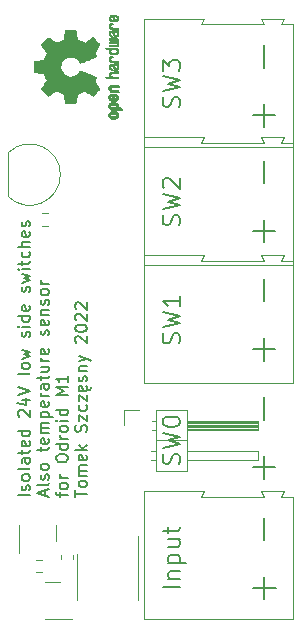
<source format=gbr>
%TF.GenerationSoftware,KiCad,Pcbnew,(6.0.9)*%
%TF.CreationDate,2022-11-27T21:20:36+01:00*%
%TF.ProjectId,gpio_isolated_switches,6770696f-5f69-4736-9f6c-617465645f73,rev?*%
%TF.SameCoordinates,Original*%
%TF.FileFunction,Legend,Top*%
%TF.FilePolarity,Positive*%
%FSLAX46Y46*%
G04 Gerber Fmt 4.6, Leading zero omitted, Abs format (unit mm)*
G04 Created by KiCad (PCBNEW (6.0.9)) date 2022-11-27 21:20:36*
%MOMM*%
%LPD*%
G01*
G04 APERTURE LIST*
%ADD10C,0.200000*%
%ADD11C,0.150000*%
%ADD12C,0.120000*%
%ADD13C,0.010000*%
G04 APERTURE END LIST*
D10*
X102207142Y-50800000D02*
X102278571Y-50585714D01*
X102278571Y-50228571D01*
X102207142Y-50085714D01*
X102135714Y-50014285D01*
X101992857Y-49942857D01*
X101850000Y-49942857D01*
X101707142Y-50014285D01*
X101635714Y-50085714D01*
X101564285Y-50228571D01*
X101492857Y-50514285D01*
X101421428Y-50657142D01*
X101350000Y-50728571D01*
X101207142Y-50800000D01*
X101064285Y-50800000D01*
X100921428Y-50728571D01*
X100850000Y-50657142D01*
X100778571Y-50514285D01*
X100778571Y-50157142D01*
X100850000Y-49942857D01*
X100778571Y-49442857D02*
X102278571Y-49085714D01*
X101207142Y-48800000D01*
X102278571Y-48514285D01*
X100778571Y-48157142D01*
X100778571Y-47728571D02*
X100778571Y-46800000D01*
X101350000Y-47300000D01*
X101350000Y-47085714D01*
X101421428Y-46942857D01*
X101492857Y-46871428D01*
X101635714Y-46800000D01*
X101992857Y-46800000D01*
X102135714Y-46871428D01*
X102207142Y-46942857D01*
X102278571Y-47085714D01*
X102278571Y-47514285D01*
X102207142Y-47657142D01*
X102135714Y-47728571D01*
D11*
X89537380Y-83664404D02*
X88537380Y-83664404D01*
X89489761Y-83235833D02*
X89537380Y-83140595D01*
X89537380Y-82950119D01*
X89489761Y-82854880D01*
X89394523Y-82807261D01*
X89346904Y-82807261D01*
X89251666Y-82854880D01*
X89204047Y-82950119D01*
X89204047Y-83092976D01*
X89156428Y-83188214D01*
X89061190Y-83235833D01*
X89013571Y-83235833D01*
X88918333Y-83188214D01*
X88870714Y-83092976D01*
X88870714Y-82950119D01*
X88918333Y-82854880D01*
X89537380Y-82235833D02*
X89489761Y-82331071D01*
X89442142Y-82378690D01*
X89346904Y-82426309D01*
X89061190Y-82426309D01*
X88965952Y-82378690D01*
X88918333Y-82331071D01*
X88870714Y-82235833D01*
X88870714Y-82092976D01*
X88918333Y-81997738D01*
X88965952Y-81950119D01*
X89061190Y-81902500D01*
X89346904Y-81902500D01*
X89442142Y-81950119D01*
X89489761Y-81997738D01*
X89537380Y-82092976D01*
X89537380Y-82235833D01*
X89537380Y-81331071D02*
X89489761Y-81426309D01*
X89394523Y-81473928D01*
X88537380Y-81473928D01*
X89537380Y-80521547D02*
X89013571Y-80521547D01*
X88918333Y-80569166D01*
X88870714Y-80664404D01*
X88870714Y-80854880D01*
X88918333Y-80950119D01*
X89489761Y-80521547D02*
X89537380Y-80616785D01*
X89537380Y-80854880D01*
X89489761Y-80950119D01*
X89394523Y-80997738D01*
X89299285Y-80997738D01*
X89204047Y-80950119D01*
X89156428Y-80854880D01*
X89156428Y-80616785D01*
X89108809Y-80521547D01*
X88870714Y-80188214D02*
X88870714Y-79807261D01*
X88537380Y-80045357D02*
X89394523Y-80045357D01*
X89489761Y-79997738D01*
X89537380Y-79902500D01*
X89537380Y-79807261D01*
X89489761Y-79092976D02*
X89537380Y-79188214D01*
X89537380Y-79378690D01*
X89489761Y-79473928D01*
X89394523Y-79521547D01*
X89013571Y-79521547D01*
X88918333Y-79473928D01*
X88870714Y-79378690D01*
X88870714Y-79188214D01*
X88918333Y-79092976D01*
X89013571Y-79045357D01*
X89108809Y-79045357D01*
X89204047Y-79521547D01*
X89537380Y-78188214D02*
X88537380Y-78188214D01*
X89489761Y-78188214D02*
X89537380Y-78283452D01*
X89537380Y-78473928D01*
X89489761Y-78569166D01*
X89442142Y-78616785D01*
X89346904Y-78664404D01*
X89061190Y-78664404D01*
X88965952Y-78616785D01*
X88918333Y-78569166D01*
X88870714Y-78473928D01*
X88870714Y-78283452D01*
X88918333Y-78188214D01*
X88632619Y-76997738D02*
X88585000Y-76950119D01*
X88537380Y-76854880D01*
X88537380Y-76616785D01*
X88585000Y-76521547D01*
X88632619Y-76473928D01*
X88727857Y-76426309D01*
X88823095Y-76426309D01*
X88965952Y-76473928D01*
X89537380Y-77045357D01*
X89537380Y-76426309D01*
X88870714Y-75569166D02*
X89537380Y-75569166D01*
X88489761Y-75807261D02*
X89204047Y-76045357D01*
X89204047Y-75426309D01*
X88537380Y-75188214D02*
X89537380Y-74854880D01*
X88537380Y-74521547D01*
X89537380Y-73283452D02*
X89489761Y-73378690D01*
X89394523Y-73426309D01*
X88537380Y-73426309D01*
X89537380Y-72759642D02*
X89489761Y-72854880D01*
X89442142Y-72902500D01*
X89346904Y-72950119D01*
X89061190Y-72950119D01*
X88965952Y-72902500D01*
X88918333Y-72854880D01*
X88870714Y-72759642D01*
X88870714Y-72616785D01*
X88918333Y-72521547D01*
X88965952Y-72473928D01*
X89061190Y-72426309D01*
X89346904Y-72426309D01*
X89442142Y-72473928D01*
X89489761Y-72521547D01*
X89537380Y-72616785D01*
X89537380Y-72759642D01*
X88870714Y-72092976D02*
X89537380Y-71902500D01*
X89061190Y-71712023D01*
X89537380Y-71521547D01*
X88870714Y-71331071D01*
X89489761Y-70235833D02*
X89537380Y-70140595D01*
X89537380Y-69950119D01*
X89489761Y-69854880D01*
X89394523Y-69807261D01*
X89346904Y-69807261D01*
X89251666Y-69854880D01*
X89204047Y-69950119D01*
X89204047Y-70092976D01*
X89156428Y-70188214D01*
X89061190Y-70235833D01*
X89013571Y-70235833D01*
X88918333Y-70188214D01*
X88870714Y-70092976D01*
X88870714Y-69950119D01*
X88918333Y-69854880D01*
X89537380Y-69378690D02*
X88870714Y-69378690D01*
X88537380Y-69378690D02*
X88585000Y-69426309D01*
X88632619Y-69378690D01*
X88585000Y-69331071D01*
X88537380Y-69378690D01*
X88632619Y-69378690D01*
X89537380Y-68473928D02*
X88537380Y-68473928D01*
X89489761Y-68473928D02*
X89537380Y-68569166D01*
X89537380Y-68759642D01*
X89489761Y-68854880D01*
X89442142Y-68902500D01*
X89346904Y-68950119D01*
X89061190Y-68950119D01*
X88965952Y-68902500D01*
X88918333Y-68854880D01*
X88870714Y-68759642D01*
X88870714Y-68569166D01*
X88918333Y-68473928D01*
X89489761Y-67616785D02*
X89537380Y-67712023D01*
X89537380Y-67902500D01*
X89489761Y-67997738D01*
X89394523Y-68045357D01*
X89013571Y-68045357D01*
X88918333Y-67997738D01*
X88870714Y-67902500D01*
X88870714Y-67712023D01*
X88918333Y-67616785D01*
X89013571Y-67569166D01*
X89108809Y-67569166D01*
X89204047Y-68045357D01*
X89489761Y-66426309D02*
X89537380Y-66331071D01*
X89537380Y-66140595D01*
X89489761Y-66045357D01*
X89394523Y-65997738D01*
X89346904Y-65997738D01*
X89251666Y-66045357D01*
X89204047Y-66140595D01*
X89204047Y-66283452D01*
X89156428Y-66378690D01*
X89061190Y-66426309D01*
X89013571Y-66426309D01*
X88918333Y-66378690D01*
X88870714Y-66283452D01*
X88870714Y-66140595D01*
X88918333Y-66045357D01*
X88870714Y-65664404D02*
X89537380Y-65473928D01*
X89061190Y-65283452D01*
X89537380Y-65092976D01*
X88870714Y-64902500D01*
X89537380Y-64521547D02*
X88870714Y-64521547D01*
X88537380Y-64521547D02*
X88585000Y-64569166D01*
X88632619Y-64521547D01*
X88585000Y-64473928D01*
X88537380Y-64521547D01*
X88632619Y-64521547D01*
X88870714Y-64188214D02*
X88870714Y-63807261D01*
X88537380Y-64045357D02*
X89394523Y-64045357D01*
X89489761Y-63997738D01*
X89537380Y-63902500D01*
X89537380Y-63807261D01*
X89489761Y-63045357D02*
X89537380Y-63140595D01*
X89537380Y-63331071D01*
X89489761Y-63426309D01*
X89442142Y-63473928D01*
X89346904Y-63521547D01*
X89061190Y-63521547D01*
X88965952Y-63473928D01*
X88918333Y-63426309D01*
X88870714Y-63331071D01*
X88870714Y-63140595D01*
X88918333Y-63045357D01*
X89537380Y-62616785D02*
X88537380Y-62616785D01*
X89537380Y-62188214D02*
X89013571Y-62188214D01*
X88918333Y-62235833D01*
X88870714Y-62331071D01*
X88870714Y-62473928D01*
X88918333Y-62569166D01*
X88965952Y-62616785D01*
X89489761Y-61331071D02*
X89537380Y-61426309D01*
X89537380Y-61616785D01*
X89489761Y-61712023D01*
X89394523Y-61759642D01*
X89013571Y-61759642D01*
X88918333Y-61712023D01*
X88870714Y-61616785D01*
X88870714Y-61426309D01*
X88918333Y-61331071D01*
X89013571Y-61283452D01*
X89108809Y-61283452D01*
X89204047Y-61759642D01*
X89489761Y-60902500D02*
X89537380Y-60807261D01*
X89537380Y-60616785D01*
X89489761Y-60521547D01*
X89394523Y-60473928D01*
X89346904Y-60473928D01*
X89251666Y-60521547D01*
X89204047Y-60616785D01*
X89204047Y-60759642D01*
X89156428Y-60854880D01*
X89061190Y-60902500D01*
X89013571Y-60902500D01*
X88918333Y-60854880D01*
X88870714Y-60759642D01*
X88870714Y-60616785D01*
X88918333Y-60521547D01*
X90861666Y-83712023D02*
X90861666Y-83235833D01*
X91147380Y-83807261D02*
X90147380Y-83473928D01*
X91147380Y-83140595D01*
X91147380Y-82664404D02*
X91099761Y-82759642D01*
X91004523Y-82807261D01*
X90147380Y-82807261D01*
X91099761Y-82331071D02*
X91147380Y-82235833D01*
X91147380Y-82045357D01*
X91099761Y-81950119D01*
X91004523Y-81902500D01*
X90956904Y-81902500D01*
X90861666Y-81950119D01*
X90814047Y-82045357D01*
X90814047Y-82188214D01*
X90766428Y-82283452D01*
X90671190Y-82331071D01*
X90623571Y-82331071D01*
X90528333Y-82283452D01*
X90480714Y-82188214D01*
X90480714Y-82045357D01*
X90528333Y-81950119D01*
X91147380Y-81331071D02*
X91099761Y-81426309D01*
X91052142Y-81473928D01*
X90956904Y-81521547D01*
X90671190Y-81521547D01*
X90575952Y-81473928D01*
X90528333Y-81426309D01*
X90480714Y-81331071D01*
X90480714Y-81188214D01*
X90528333Y-81092976D01*
X90575952Y-81045357D01*
X90671190Y-80997738D01*
X90956904Y-80997738D01*
X91052142Y-81045357D01*
X91099761Y-81092976D01*
X91147380Y-81188214D01*
X91147380Y-81331071D01*
X90480714Y-79950119D02*
X90480714Y-79569166D01*
X90147380Y-79807261D02*
X91004523Y-79807261D01*
X91099761Y-79759642D01*
X91147380Y-79664404D01*
X91147380Y-79569166D01*
X91099761Y-78854880D02*
X91147380Y-78950119D01*
X91147380Y-79140595D01*
X91099761Y-79235833D01*
X91004523Y-79283452D01*
X90623571Y-79283452D01*
X90528333Y-79235833D01*
X90480714Y-79140595D01*
X90480714Y-78950119D01*
X90528333Y-78854880D01*
X90623571Y-78807261D01*
X90718809Y-78807261D01*
X90814047Y-79283452D01*
X91147380Y-78378690D02*
X90480714Y-78378690D01*
X90575952Y-78378690D02*
X90528333Y-78331071D01*
X90480714Y-78235833D01*
X90480714Y-78092976D01*
X90528333Y-77997738D01*
X90623571Y-77950119D01*
X91147380Y-77950119D01*
X90623571Y-77950119D02*
X90528333Y-77902500D01*
X90480714Y-77807261D01*
X90480714Y-77664404D01*
X90528333Y-77569166D01*
X90623571Y-77521547D01*
X91147380Y-77521547D01*
X90480714Y-77045357D02*
X91480714Y-77045357D01*
X90528333Y-77045357D02*
X90480714Y-76950119D01*
X90480714Y-76759642D01*
X90528333Y-76664404D01*
X90575952Y-76616785D01*
X90671190Y-76569166D01*
X90956904Y-76569166D01*
X91052142Y-76616785D01*
X91099761Y-76664404D01*
X91147380Y-76759642D01*
X91147380Y-76950119D01*
X91099761Y-77045357D01*
X91099761Y-75759642D02*
X91147380Y-75854880D01*
X91147380Y-76045357D01*
X91099761Y-76140595D01*
X91004523Y-76188214D01*
X90623571Y-76188214D01*
X90528333Y-76140595D01*
X90480714Y-76045357D01*
X90480714Y-75854880D01*
X90528333Y-75759642D01*
X90623571Y-75712023D01*
X90718809Y-75712023D01*
X90814047Y-76188214D01*
X91147380Y-75283452D02*
X90480714Y-75283452D01*
X90671190Y-75283452D02*
X90575952Y-75235833D01*
X90528333Y-75188214D01*
X90480714Y-75092976D01*
X90480714Y-74997738D01*
X91147380Y-74235833D02*
X90623571Y-74235833D01*
X90528333Y-74283452D01*
X90480714Y-74378690D01*
X90480714Y-74569166D01*
X90528333Y-74664404D01*
X91099761Y-74235833D02*
X91147380Y-74331071D01*
X91147380Y-74569166D01*
X91099761Y-74664404D01*
X91004523Y-74712023D01*
X90909285Y-74712023D01*
X90814047Y-74664404D01*
X90766428Y-74569166D01*
X90766428Y-74331071D01*
X90718809Y-74235833D01*
X90480714Y-73902500D02*
X90480714Y-73521547D01*
X90147380Y-73759642D02*
X91004523Y-73759642D01*
X91099761Y-73712023D01*
X91147380Y-73616785D01*
X91147380Y-73521547D01*
X90480714Y-72759642D02*
X91147380Y-72759642D01*
X90480714Y-73188214D02*
X91004523Y-73188214D01*
X91099761Y-73140595D01*
X91147380Y-73045357D01*
X91147380Y-72902500D01*
X91099761Y-72807261D01*
X91052142Y-72759642D01*
X91147380Y-72283452D02*
X90480714Y-72283452D01*
X90671190Y-72283452D02*
X90575952Y-72235833D01*
X90528333Y-72188214D01*
X90480714Y-72092976D01*
X90480714Y-71997738D01*
X91099761Y-71283452D02*
X91147380Y-71378690D01*
X91147380Y-71569166D01*
X91099761Y-71664404D01*
X91004523Y-71712023D01*
X90623571Y-71712023D01*
X90528333Y-71664404D01*
X90480714Y-71569166D01*
X90480714Y-71378690D01*
X90528333Y-71283452D01*
X90623571Y-71235833D01*
X90718809Y-71235833D01*
X90814047Y-71712023D01*
X91099761Y-70092976D02*
X91147380Y-69997738D01*
X91147380Y-69807261D01*
X91099761Y-69712023D01*
X91004523Y-69664404D01*
X90956904Y-69664404D01*
X90861666Y-69712023D01*
X90814047Y-69807261D01*
X90814047Y-69950119D01*
X90766428Y-70045357D01*
X90671190Y-70092976D01*
X90623571Y-70092976D01*
X90528333Y-70045357D01*
X90480714Y-69950119D01*
X90480714Y-69807261D01*
X90528333Y-69712023D01*
X91099761Y-68854880D02*
X91147380Y-68950119D01*
X91147380Y-69140595D01*
X91099761Y-69235833D01*
X91004523Y-69283452D01*
X90623571Y-69283452D01*
X90528333Y-69235833D01*
X90480714Y-69140595D01*
X90480714Y-68950119D01*
X90528333Y-68854880D01*
X90623571Y-68807261D01*
X90718809Y-68807261D01*
X90814047Y-69283452D01*
X90480714Y-68378690D02*
X91147380Y-68378690D01*
X90575952Y-68378690D02*
X90528333Y-68331071D01*
X90480714Y-68235833D01*
X90480714Y-68092976D01*
X90528333Y-67997738D01*
X90623571Y-67950119D01*
X91147380Y-67950119D01*
X91099761Y-67521547D02*
X91147380Y-67426309D01*
X91147380Y-67235833D01*
X91099761Y-67140595D01*
X91004523Y-67092976D01*
X90956904Y-67092976D01*
X90861666Y-67140595D01*
X90814047Y-67235833D01*
X90814047Y-67378690D01*
X90766428Y-67473928D01*
X90671190Y-67521547D01*
X90623571Y-67521547D01*
X90528333Y-67473928D01*
X90480714Y-67378690D01*
X90480714Y-67235833D01*
X90528333Y-67140595D01*
X91147380Y-66521547D02*
X91099761Y-66616785D01*
X91052142Y-66664404D01*
X90956904Y-66712023D01*
X90671190Y-66712023D01*
X90575952Y-66664404D01*
X90528333Y-66616785D01*
X90480714Y-66521547D01*
X90480714Y-66378690D01*
X90528333Y-66283452D01*
X90575952Y-66235833D01*
X90671190Y-66188214D01*
X90956904Y-66188214D01*
X91052142Y-66235833D01*
X91099761Y-66283452D01*
X91147380Y-66378690D01*
X91147380Y-66521547D01*
X91147380Y-65759642D02*
X90480714Y-65759642D01*
X90671190Y-65759642D02*
X90575952Y-65712023D01*
X90528333Y-65664404D01*
X90480714Y-65569166D01*
X90480714Y-65473928D01*
X92090714Y-83807261D02*
X92090714Y-83426309D01*
X92757380Y-83664404D02*
X91900238Y-83664404D01*
X91805000Y-83616785D01*
X91757380Y-83521547D01*
X91757380Y-83426309D01*
X92757380Y-82950119D02*
X92709761Y-83045357D01*
X92662142Y-83092976D01*
X92566904Y-83140595D01*
X92281190Y-83140595D01*
X92185952Y-83092976D01*
X92138333Y-83045357D01*
X92090714Y-82950119D01*
X92090714Y-82807261D01*
X92138333Y-82712023D01*
X92185952Y-82664404D01*
X92281190Y-82616785D01*
X92566904Y-82616785D01*
X92662142Y-82664404D01*
X92709761Y-82712023D01*
X92757380Y-82807261D01*
X92757380Y-82950119D01*
X92757380Y-82188214D02*
X92090714Y-82188214D01*
X92281190Y-82188214D02*
X92185952Y-82140595D01*
X92138333Y-82092976D01*
X92090714Y-81997738D01*
X92090714Y-81902500D01*
X91757380Y-80616785D02*
X91757380Y-80426309D01*
X91805000Y-80331071D01*
X91900238Y-80235833D01*
X92090714Y-80188214D01*
X92424047Y-80188214D01*
X92614523Y-80235833D01*
X92709761Y-80331071D01*
X92757380Y-80426309D01*
X92757380Y-80616785D01*
X92709761Y-80712023D01*
X92614523Y-80807261D01*
X92424047Y-80854880D01*
X92090714Y-80854880D01*
X91900238Y-80807261D01*
X91805000Y-80712023D01*
X91757380Y-80616785D01*
X92757380Y-79331071D02*
X91757380Y-79331071D01*
X92709761Y-79331071D02*
X92757380Y-79426309D01*
X92757380Y-79616785D01*
X92709761Y-79712023D01*
X92662142Y-79759642D01*
X92566904Y-79807261D01*
X92281190Y-79807261D01*
X92185952Y-79759642D01*
X92138333Y-79712023D01*
X92090714Y-79616785D01*
X92090714Y-79426309D01*
X92138333Y-79331071D01*
X92757380Y-78854880D02*
X92090714Y-78854880D01*
X92281190Y-78854880D02*
X92185952Y-78807261D01*
X92138333Y-78759642D01*
X92090714Y-78664404D01*
X92090714Y-78569166D01*
X92757380Y-78092976D02*
X92709761Y-78188214D01*
X92662142Y-78235833D01*
X92566904Y-78283452D01*
X92281190Y-78283452D01*
X92185952Y-78235833D01*
X92138333Y-78188214D01*
X92090714Y-78092976D01*
X92090714Y-77950119D01*
X92138333Y-77854880D01*
X92185952Y-77807261D01*
X92281190Y-77759642D01*
X92566904Y-77759642D01*
X92662142Y-77807261D01*
X92709761Y-77854880D01*
X92757380Y-77950119D01*
X92757380Y-78092976D01*
X92757380Y-77331071D02*
X92090714Y-77331071D01*
X91757380Y-77331071D02*
X91805000Y-77378690D01*
X91852619Y-77331071D01*
X91805000Y-77283452D01*
X91757380Y-77331071D01*
X91852619Y-77331071D01*
X92757380Y-76426309D02*
X91757380Y-76426309D01*
X92709761Y-76426309D02*
X92757380Y-76521547D01*
X92757380Y-76712023D01*
X92709761Y-76807261D01*
X92662142Y-76854880D01*
X92566904Y-76902500D01*
X92281190Y-76902500D01*
X92185952Y-76854880D01*
X92138333Y-76807261D01*
X92090714Y-76712023D01*
X92090714Y-76521547D01*
X92138333Y-76426309D01*
X92757380Y-75188214D02*
X91757380Y-75188214D01*
X92471666Y-74854880D01*
X91757380Y-74521547D01*
X92757380Y-74521547D01*
X92757380Y-73521547D02*
X92757380Y-74092976D01*
X92757380Y-73807261D02*
X91757380Y-73807261D01*
X91900238Y-73902500D01*
X91995476Y-73997738D01*
X92043095Y-74092976D01*
X93367380Y-83807261D02*
X93367380Y-83235833D01*
X94367380Y-83521547D02*
X93367380Y-83521547D01*
X94367380Y-82759642D02*
X94319761Y-82854880D01*
X94272142Y-82902500D01*
X94176904Y-82950119D01*
X93891190Y-82950119D01*
X93795952Y-82902500D01*
X93748333Y-82854880D01*
X93700714Y-82759642D01*
X93700714Y-82616785D01*
X93748333Y-82521547D01*
X93795952Y-82473928D01*
X93891190Y-82426309D01*
X94176904Y-82426309D01*
X94272142Y-82473928D01*
X94319761Y-82521547D01*
X94367380Y-82616785D01*
X94367380Y-82759642D01*
X94367380Y-81997738D02*
X93700714Y-81997738D01*
X93795952Y-81997738D02*
X93748333Y-81950119D01*
X93700714Y-81854880D01*
X93700714Y-81712023D01*
X93748333Y-81616785D01*
X93843571Y-81569166D01*
X94367380Y-81569166D01*
X93843571Y-81569166D02*
X93748333Y-81521547D01*
X93700714Y-81426309D01*
X93700714Y-81283452D01*
X93748333Y-81188214D01*
X93843571Y-81140595D01*
X94367380Y-81140595D01*
X94319761Y-80283452D02*
X94367380Y-80378690D01*
X94367380Y-80569166D01*
X94319761Y-80664404D01*
X94224523Y-80712023D01*
X93843571Y-80712023D01*
X93748333Y-80664404D01*
X93700714Y-80569166D01*
X93700714Y-80378690D01*
X93748333Y-80283452D01*
X93843571Y-80235833D01*
X93938809Y-80235833D01*
X94034047Y-80712023D01*
X94367380Y-79807261D02*
X93367380Y-79807261D01*
X93986428Y-79712023D02*
X94367380Y-79426309D01*
X93700714Y-79426309D02*
X94081666Y-79807261D01*
X94319761Y-78283452D02*
X94367380Y-78140595D01*
X94367380Y-77902500D01*
X94319761Y-77807261D01*
X94272142Y-77759642D01*
X94176904Y-77712023D01*
X94081666Y-77712023D01*
X93986428Y-77759642D01*
X93938809Y-77807261D01*
X93891190Y-77902500D01*
X93843571Y-78092976D01*
X93795952Y-78188214D01*
X93748333Y-78235833D01*
X93653095Y-78283452D01*
X93557857Y-78283452D01*
X93462619Y-78235833D01*
X93415000Y-78188214D01*
X93367380Y-78092976D01*
X93367380Y-77854880D01*
X93415000Y-77712023D01*
X93700714Y-77378690D02*
X93700714Y-76854880D01*
X94367380Y-77378690D01*
X94367380Y-76854880D01*
X94319761Y-76045357D02*
X94367380Y-76140595D01*
X94367380Y-76331071D01*
X94319761Y-76426309D01*
X94272142Y-76473928D01*
X94176904Y-76521547D01*
X93891190Y-76521547D01*
X93795952Y-76473928D01*
X93748333Y-76426309D01*
X93700714Y-76331071D01*
X93700714Y-76140595D01*
X93748333Y-76045357D01*
X93700714Y-75712023D02*
X93700714Y-75188214D01*
X94367380Y-75712023D01*
X94367380Y-75188214D01*
X94319761Y-74426309D02*
X94367380Y-74521547D01*
X94367380Y-74712023D01*
X94319761Y-74807261D01*
X94224523Y-74854880D01*
X93843571Y-74854880D01*
X93748333Y-74807261D01*
X93700714Y-74712023D01*
X93700714Y-74521547D01*
X93748333Y-74426309D01*
X93843571Y-74378690D01*
X93938809Y-74378690D01*
X94034047Y-74854880D01*
X94367380Y-74616785D02*
X94462619Y-74712023D01*
X94557857Y-74759642D01*
X94653095Y-74712023D01*
X94700714Y-74616785D01*
X94700714Y-74521547D01*
X94319761Y-73997738D02*
X94367380Y-73902500D01*
X94367380Y-73712023D01*
X94319761Y-73616785D01*
X94224523Y-73569166D01*
X94176904Y-73569166D01*
X94081666Y-73616785D01*
X94034047Y-73712023D01*
X94034047Y-73854880D01*
X93986428Y-73950119D01*
X93891190Y-73997738D01*
X93843571Y-73997738D01*
X93748333Y-73950119D01*
X93700714Y-73854880D01*
X93700714Y-73712023D01*
X93748333Y-73616785D01*
X93700714Y-73140595D02*
X94367380Y-73140595D01*
X93795952Y-73140595D02*
X93748333Y-73092976D01*
X93700714Y-72997738D01*
X93700714Y-72854880D01*
X93748333Y-72759642D01*
X93843571Y-72712023D01*
X94367380Y-72712023D01*
X93700714Y-72331071D02*
X94367380Y-72092976D01*
X93700714Y-71854880D02*
X94367380Y-72092976D01*
X94605476Y-72188214D01*
X94653095Y-72235833D01*
X94700714Y-72331071D01*
X93462619Y-70759642D02*
X93415000Y-70712023D01*
X93367380Y-70616785D01*
X93367380Y-70378690D01*
X93415000Y-70283452D01*
X93462619Y-70235833D01*
X93557857Y-70188214D01*
X93653095Y-70188214D01*
X93795952Y-70235833D01*
X94367380Y-70807261D01*
X94367380Y-70188214D01*
X93367380Y-69569166D02*
X93367380Y-69473928D01*
X93415000Y-69378690D01*
X93462619Y-69331071D01*
X93557857Y-69283452D01*
X93748333Y-69235833D01*
X93986428Y-69235833D01*
X94176904Y-69283452D01*
X94272142Y-69331071D01*
X94319761Y-69378690D01*
X94367380Y-69473928D01*
X94367380Y-69569166D01*
X94319761Y-69664404D01*
X94272142Y-69712023D01*
X94176904Y-69759642D01*
X93986428Y-69807261D01*
X93748333Y-69807261D01*
X93557857Y-69759642D01*
X93462619Y-69712023D01*
X93415000Y-69664404D01*
X93367380Y-69569166D01*
X93462619Y-68854880D02*
X93415000Y-68807261D01*
X93367380Y-68712023D01*
X93367380Y-68473928D01*
X93415000Y-68378690D01*
X93462619Y-68331071D01*
X93557857Y-68283452D01*
X93653095Y-68283452D01*
X93795952Y-68331071D01*
X94367380Y-68902500D01*
X94367380Y-68283452D01*
X93462619Y-67902500D02*
X93415000Y-67854880D01*
X93367380Y-67759642D01*
X93367380Y-67521547D01*
X93415000Y-67426309D01*
X93462619Y-67378690D01*
X93557857Y-67331071D01*
X93653095Y-67331071D01*
X93795952Y-67378690D01*
X94367380Y-67950119D01*
X94367380Y-67331071D01*
D10*
X109378571Y-52452380D02*
X109378571Y-50547619D01*
X110330952Y-51500000D02*
X108426190Y-51500000D01*
X109378571Y-47452380D02*
X109378571Y-45547619D01*
X102207142Y-81000000D02*
X102278571Y-80785714D01*
X102278571Y-80428571D01*
X102207142Y-80285714D01*
X102135714Y-80214285D01*
X101992857Y-80142857D01*
X101850000Y-80142857D01*
X101707142Y-80214285D01*
X101635714Y-80285714D01*
X101564285Y-80428571D01*
X101492857Y-80714285D01*
X101421428Y-80857142D01*
X101350000Y-80928571D01*
X101207142Y-81000000D01*
X101064285Y-81000000D01*
X100921428Y-80928571D01*
X100850000Y-80857142D01*
X100778571Y-80714285D01*
X100778571Y-80357142D01*
X100850000Y-80142857D01*
X100778571Y-79642857D02*
X102278571Y-79285714D01*
X101207142Y-79000000D01*
X102278571Y-78714285D01*
X100778571Y-78357142D01*
X100778571Y-77500000D02*
X100778571Y-77357142D01*
X100850000Y-77214285D01*
X100921428Y-77142857D01*
X101064285Y-77071428D01*
X101350000Y-77000000D01*
X101707142Y-77000000D01*
X101992857Y-77071428D01*
X102135714Y-77142857D01*
X102207142Y-77214285D01*
X102278571Y-77357142D01*
X102278571Y-77500000D01*
X102207142Y-77642857D01*
X102135714Y-77714285D01*
X101992857Y-77785714D01*
X101707142Y-77857142D01*
X101350000Y-77857142D01*
X101064285Y-77785714D01*
X100921428Y-77714285D01*
X100850000Y-77642857D01*
X100778571Y-77500000D01*
X109398571Y-92479380D02*
X109398571Y-90574619D01*
X110350952Y-91527000D02*
X108446190Y-91527000D01*
X109398571Y-87479380D02*
X109398571Y-85574619D01*
X109378571Y-72252380D02*
X109378571Y-70347619D01*
X110330952Y-71300000D02*
X108426190Y-71300000D01*
X109378571Y-67252380D02*
X109378571Y-65347619D01*
X102207142Y-70800000D02*
X102278571Y-70585714D01*
X102278571Y-70228571D01*
X102207142Y-70085714D01*
X102135714Y-70014285D01*
X101992857Y-69942857D01*
X101850000Y-69942857D01*
X101707142Y-70014285D01*
X101635714Y-70085714D01*
X101564285Y-70228571D01*
X101492857Y-70514285D01*
X101421428Y-70657142D01*
X101350000Y-70728571D01*
X101207142Y-70800000D01*
X101064285Y-70800000D01*
X100921428Y-70728571D01*
X100850000Y-70657142D01*
X100778571Y-70514285D01*
X100778571Y-70157142D01*
X100850000Y-69942857D01*
X100778571Y-69442857D02*
X102278571Y-69085714D01*
X101207142Y-68800000D01*
X102278571Y-68514285D01*
X100778571Y-68157142D01*
X102278571Y-66800000D02*
X102278571Y-67657142D01*
X102278571Y-67228571D02*
X100778571Y-67228571D01*
X100992857Y-67371428D01*
X101135714Y-67514285D01*
X101207142Y-67657142D01*
X102207142Y-60800000D02*
X102278571Y-60585714D01*
X102278571Y-60228571D01*
X102207142Y-60085714D01*
X102135714Y-60014285D01*
X101992857Y-59942857D01*
X101850000Y-59942857D01*
X101707142Y-60014285D01*
X101635714Y-60085714D01*
X101564285Y-60228571D01*
X101492857Y-60514285D01*
X101421428Y-60657142D01*
X101350000Y-60728571D01*
X101207142Y-60800000D01*
X101064285Y-60800000D01*
X100921428Y-60728571D01*
X100850000Y-60657142D01*
X100778571Y-60514285D01*
X100778571Y-60157142D01*
X100850000Y-59942857D01*
X100778571Y-59442857D02*
X102278571Y-59085714D01*
X101207142Y-58800000D01*
X102278571Y-58514285D01*
X100778571Y-58157142D01*
X100921428Y-57657142D02*
X100850000Y-57585714D01*
X100778571Y-57442857D01*
X100778571Y-57085714D01*
X100850000Y-56942857D01*
X100921428Y-56871428D01*
X101064285Y-56800000D01*
X101207142Y-56800000D01*
X101421428Y-56871428D01*
X102278571Y-57728571D01*
X102278571Y-56800000D01*
X102278571Y-91464285D02*
X100778571Y-91464285D01*
X101278571Y-90750000D02*
X102278571Y-90750000D01*
X101421428Y-90750000D02*
X101350000Y-90678571D01*
X101278571Y-90535714D01*
X101278571Y-90321428D01*
X101350000Y-90178571D01*
X101492857Y-90107142D01*
X102278571Y-90107142D01*
X101278571Y-89392857D02*
X102778571Y-89392857D01*
X101350000Y-89392857D02*
X101278571Y-89250000D01*
X101278571Y-88964285D01*
X101350000Y-88821428D01*
X101421428Y-88750000D01*
X101564285Y-88678571D01*
X101992857Y-88678571D01*
X102135714Y-88750000D01*
X102207142Y-88821428D01*
X102278571Y-88964285D01*
X102278571Y-89250000D01*
X102207142Y-89392857D01*
X101278571Y-87392857D02*
X102278571Y-87392857D01*
X101278571Y-88035714D02*
X102064285Y-88035714D01*
X102207142Y-87964285D01*
X102278571Y-87821428D01*
X102278571Y-87607142D01*
X102207142Y-87464285D01*
X102135714Y-87392857D01*
X101278571Y-86892857D02*
X101278571Y-86321428D01*
X100778571Y-86678571D02*
X102064285Y-86678571D01*
X102207142Y-86607142D01*
X102278571Y-86464285D01*
X102278571Y-86321428D01*
X109378571Y-62252380D02*
X109378571Y-60347619D01*
X110330952Y-61300000D02*
X108426190Y-61300000D01*
X109378571Y-57252380D02*
X109378571Y-55347619D01*
X109378571Y-82252380D02*
X109378571Y-80347619D01*
X110330952Y-81300000D02*
X108426190Y-81300000D01*
X109378571Y-77252380D02*
X109378571Y-75347619D01*
D12*
%TO.C,R5*%
X91042258Y-60847500D02*
X90567742Y-60847500D01*
X91042258Y-59802500D02*
X90567742Y-59802500D01*
%TO.C,J6*%
X111800000Y-94150000D02*
X111800000Y-83800000D01*
X99200000Y-83300000D02*
X99200000Y-94150000D01*
X111100000Y-83300000D02*
X109200000Y-83300000D01*
X111800000Y-83800000D02*
X110850000Y-83800000D01*
X109150000Y-83300000D02*
X109400000Y-83800000D01*
X104300000Y-83300000D02*
X99200000Y-83300000D01*
X104000000Y-83800000D02*
X104300000Y-83300000D01*
X109400000Y-83800000D02*
X104000000Y-83800000D01*
X110850000Y-83800000D02*
X111100000Y-83300000D01*
X99200000Y-94150000D02*
X111800000Y-94150000D01*
X109200000Y-83300000D02*
X109150000Y-83300000D01*
%TO.C,LOGO1*%
G36*
X97007028Y-47153305D02*
G01*
X97027802Y-47196319D01*
X97037646Y-47222290D01*
X97037769Y-47223491D01*
X97019606Y-47227986D01*
X96970612Y-47231556D01*
X96899031Y-47233752D01*
X96841068Y-47234231D01*
X96747170Y-47234242D01*
X96688203Y-47238534D01*
X96660079Y-47253497D01*
X96658706Y-47285518D01*
X96679998Y-47340986D01*
X96719136Y-47424731D01*
X96751643Y-47486311D01*
X96779845Y-47517983D01*
X96810582Y-47527294D01*
X96812104Y-47527308D01*
X96865054Y-47511943D01*
X96893660Y-47466453D01*
X96897803Y-47396834D01*
X96897084Y-47346687D01*
X96911527Y-47320246D01*
X96946218Y-47303757D01*
X96990416Y-47294267D01*
X97015493Y-47307943D01*
X97019082Y-47313093D01*
X97033496Y-47361575D01*
X97035537Y-47429469D01*
X97025983Y-47499388D01*
X97008522Y-47548932D01*
X96950364Y-47617430D01*
X96869408Y-47656366D01*
X96806160Y-47664077D01*
X96749111Y-47658193D01*
X96702542Y-47636899D01*
X96661181Y-47594735D01*
X96619755Y-47526241D01*
X96572993Y-47425956D01*
X96570350Y-47419846D01*
X96528617Y-47329510D01*
X96494391Y-47273765D01*
X96463635Y-47249871D01*
X96432311Y-47255087D01*
X96396383Y-47286672D01*
X96388116Y-47296117D01*
X96356058Y-47359383D01*
X96357407Y-47424936D01*
X96388838Y-47482028D01*
X96447024Y-47519907D01*
X96458446Y-47523426D01*
X96513837Y-47557700D01*
X96540518Y-47601191D01*
X96566960Y-47664077D01*
X96498548Y-47664077D01*
X96399110Y-47644948D01*
X96307902Y-47588169D01*
X96277389Y-47558622D01*
X96238228Y-47491458D01*
X96220500Y-47406044D01*
X96225303Y-47317499D01*
X96253733Y-47240940D01*
X96254279Y-47240064D01*
X96289127Y-47192715D01*
X96329852Y-47157759D01*
X96382925Y-47133175D01*
X96454814Y-47116938D01*
X96551992Y-47107025D01*
X96680928Y-47101414D01*
X96699298Y-47100923D01*
X96976287Y-47093859D01*
X97007028Y-47153305D01*
G37*
D13*
X97007028Y-47153305D02*
X97027802Y-47196319D01*
X97037646Y-47222290D01*
X97037769Y-47223491D01*
X97019606Y-47227986D01*
X96970612Y-47231556D01*
X96899031Y-47233752D01*
X96841068Y-47234231D01*
X96747170Y-47234242D01*
X96688203Y-47238534D01*
X96660079Y-47253497D01*
X96658706Y-47285518D01*
X96679998Y-47340986D01*
X96719136Y-47424731D01*
X96751643Y-47486311D01*
X96779845Y-47517983D01*
X96810582Y-47527294D01*
X96812104Y-47527308D01*
X96865054Y-47511943D01*
X96893660Y-47466453D01*
X96897803Y-47396834D01*
X96897084Y-47346687D01*
X96911527Y-47320246D01*
X96946218Y-47303757D01*
X96990416Y-47294267D01*
X97015493Y-47307943D01*
X97019082Y-47313093D01*
X97033496Y-47361575D01*
X97035537Y-47429469D01*
X97025983Y-47499388D01*
X97008522Y-47548932D01*
X96950364Y-47617430D01*
X96869408Y-47656366D01*
X96806160Y-47664077D01*
X96749111Y-47658193D01*
X96702542Y-47636899D01*
X96661181Y-47594735D01*
X96619755Y-47526241D01*
X96572993Y-47425956D01*
X96570350Y-47419846D01*
X96528617Y-47329510D01*
X96494391Y-47273765D01*
X96463635Y-47249871D01*
X96432311Y-47255087D01*
X96396383Y-47286672D01*
X96388116Y-47296117D01*
X96356058Y-47359383D01*
X96357407Y-47424936D01*
X96388838Y-47482028D01*
X96447024Y-47519907D01*
X96458446Y-47523426D01*
X96513837Y-47557700D01*
X96540518Y-47601191D01*
X96566960Y-47664077D01*
X96498548Y-47664077D01*
X96399110Y-47644948D01*
X96307902Y-47588169D01*
X96277389Y-47558622D01*
X96238228Y-47491458D01*
X96220500Y-47406044D01*
X96225303Y-47317499D01*
X96253733Y-47240940D01*
X96254279Y-47240064D01*
X96289127Y-47192715D01*
X96329852Y-47157759D01*
X96382925Y-47133175D01*
X96454814Y-47116938D01*
X96551992Y-47107025D01*
X96680928Y-47101414D01*
X96699298Y-47100923D01*
X96976287Y-47093859D01*
X97007028Y-47153305D01*
G36*
X96502556Y-43655240D02*
G01*
X96527365Y-43690525D01*
X96542387Y-43728356D01*
X96545155Y-43745679D01*
X96525066Y-43754114D01*
X96481351Y-43770770D01*
X96461598Y-43778077D01*
X96393271Y-43819052D01*
X96359191Y-43878378D01*
X96360239Y-43954448D01*
X96361581Y-43960082D01*
X96380836Y-44000695D01*
X96418375Y-44030552D01*
X96478809Y-44050945D01*
X96566751Y-44063164D01*
X96686813Y-44068500D01*
X96750698Y-44069000D01*
X96851403Y-44069248D01*
X96920054Y-44070874D01*
X96963673Y-44075199D01*
X96989282Y-44083546D01*
X97003903Y-44097235D01*
X97014558Y-44117589D01*
X97015095Y-44118766D01*
X97031667Y-44157962D01*
X97037769Y-44177381D01*
X97019319Y-44180365D01*
X96968323Y-44182919D01*
X96891308Y-44184860D01*
X96794805Y-44186003D01*
X96724184Y-44186231D01*
X96587525Y-44185068D01*
X96483851Y-44180521D01*
X96407108Y-44171001D01*
X96351246Y-44154919D01*
X96310212Y-44130687D01*
X96277954Y-44096714D01*
X96255440Y-44063167D01*
X96225476Y-43982501D01*
X96218718Y-43888619D01*
X96235782Y-43800193D01*
X96245988Y-43776839D01*
X96290134Y-43721098D01*
X96353967Y-43673431D01*
X96422087Y-43643952D01*
X96455670Y-43639154D01*
X96502556Y-43655240D01*
G37*
X96502556Y-43655240D02*
X96527365Y-43690525D01*
X96542387Y-43728356D01*
X96545155Y-43745679D01*
X96525066Y-43754114D01*
X96481351Y-43770770D01*
X96461598Y-43778077D01*
X96393271Y-43819052D01*
X96359191Y-43878378D01*
X96360239Y-43954448D01*
X96361581Y-43960082D01*
X96380836Y-44000695D01*
X96418375Y-44030552D01*
X96478809Y-44050945D01*
X96566751Y-44063164D01*
X96686813Y-44068500D01*
X96750698Y-44069000D01*
X96851403Y-44069248D01*
X96920054Y-44070874D01*
X96963673Y-44075199D01*
X96989282Y-44083546D01*
X97003903Y-44097235D01*
X97014558Y-44117589D01*
X97015095Y-44118766D01*
X97031667Y-44157962D01*
X97037769Y-44177381D01*
X97019319Y-44180365D01*
X96968323Y-44182919D01*
X96891308Y-44184860D01*
X96794805Y-44186003D01*
X96724184Y-44186231D01*
X96587525Y-44185068D01*
X96483851Y-44180521D01*
X96407108Y-44171001D01*
X96351246Y-44154919D01*
X96310212Y-44130687D01*
X96277954Y-44096714D01*
X96255440Y-44063167D01*
X96225476Y-43982501D01*
X96218718Y-43888619D01*
X96235782Y-43800193D01*
X96245988Y-43776839D01*
X96290134Y-43721098D01*
X96353967Y-43673431D01*
X96422087Y-43643952D01*
X96455670Y-43639154D01*
X96502556Y-43655240D01*
G36*
X96436906Y-51763371D02*
G01*
X96388163Y-51756678D01*
X96352288Y-51745040D01*
X96320548Y-51727147D01*
X96314648Y-51723192D01*
X96235104Y-51656733D01*
X96188929Y-51584315D01*
X96170599Y-51496151D01*
X96169703Y-51466213D01*
X96170727Y-51459280D01*
X96353923Y-51459280D01*
X96361513Y-51507240D01*
X96387808Y-51540047D01*
X96438095Y-51560105D01*
X96517664Y-51569822D01*
X96601182Y-51571769D01*
X96690349Y-51570632D01*
X96749520Y-51566159D01*
X96787741Y-51556754D01*
X96814053Y-51540824D01*
X96822846Y-51532692D01*
X96856261Y-51485942D01*
X96854737Y-51440553D01*
X96825752Y-51394660D01*
X96794809Y-51367288D01*
X96749643Y-51351077D01*
X96678420Y-51341974D01*
X96670114Y-51341349D01*
X96541037Y-51339796D01*
X96445172Y-51356035D01*
X96383107Y-51389848D01*
X96355432Y-51441016D01*
X96353923Y-51459280D01*
X96170727Y-51459280D01*
X96186256Y-51354114D01*
X96234409Y-51262536D01*
X96311905Y-51194951D01*
X96361727Y-51170943D01*
X96436533Y-51152262D01*
X96531052Y-51142699D01*
X96634210Y-51141792D01*
X96734935Y-51149079D01*
X96822153Y-51164097D01*
X96884791Y-51186385D01*
X96895579Y-51193235D01*
X96976105Y-51274368D01*
X97024336Y-51370734D01*
X97038450Y-51475299D01*
X97016629Y-51581032D01*
X97003547Y-51610457D01*
X96963231Y-51667759D01*
X96909775Y-51718050D01*
X96902995Y-51722803D01*
X96870321Y-51742122D01*
X96835394Y-51754892D01*
X96789414Y-51762436D01*
X96723584Y-51766076D01*
X96629105Y-51767135D01*
X96607923Y-51767154D01*
X96601182Y-51767106D01*
X96507249Y-51766426D01*
X96436906Y-51763371D01*
G37*
X96436906Y-51763371D02*
X96388163Y-51756678D01*
X96352288Y-51745040D01*
X96320548Y-51727147D01*
X96314648Y-51723192D01*
X96235104Y-51656733D01*
X96188929Y-51584315D01*
X96170599Y-51496151D01*
X96169703Y-51466213D01*
X96170727Y-51459280D01*
X96353923Y-51459280D01*
X96361513Y-51507240D01*
X96387808Y-51540047D01*
X96438095Y-51560105D01*
X96517664Y-51569822D01*
X96601182Y-51571769D01*
X96690349Y-51570632D01*
X96749520Y-51566159D01*
X96787741Y-51556754D01*
X96814053Y-51540824D01*
X96822846Y-51532692D01*
X96856261Y-51485942D01*
X96854737Y-51440553D01*
X96825752Y-51394660D01*
X96794809Y-51367288D01*
X96749643Y-51351077D01*
X96678420Y-51341974D01*
X96670114Y-51341349D01*
X96541037Y-51339796D01*
X96445172Y-51356035D01*
X96383107Y-51389848D01*
X96355432Y-51441016D01*
X96353923Y-51459280D01*
X96170727Y-51459280D01*
X96186256Y-51354114D01*
X96234409Y-51262536D01*
X96311905Y-51194951D01*
X96361727Y-51170943D01*
X96436533Y-51152262D01*
X96531052Y-51142699D01*
X96634210Y-51141792D01*
X96734935Y-51149079D01*
X96822153Y-51164097D01*
X96884791Y-51186385D01*
X96895579Y-51193235D01*
X96976105Y-51274368D01*
X97024336Y-51370734D01*
X97038450Y-51475299D01*
X97016629Y-51581032D01*
X97003547Y-51610457D01*
X96963231Y-51667759D01*
X96909775Y-51718050D01*
X96902995Y-51722803D01*
X96870321Y-51742122D01*
X96835394Y-51754892D01*
X96789414Y-51762436D01*
X96723584Y-51766076D01*
X96629105Y-51767135D01*
X96607923Y-51767154D01*
X96601182Y-51767106D01*
X96507249Y-51766426D01*
X96436906Y-51763371D01*
G36*
X97015095Y-44353227D02*
G01*
X97031667Y-44392424D01*
X97037769Y-44411843D01*
X97019610Y-44415558D01*
X96970648Y-44418505D01*
X96899153Y-44420309D01*
X96842385Y-44420692D01*
X96760371Y-44422339D01*
X96695309Y-44426778D01*
X96655467Y-44433260D01*
X96647000Y-44438410D01*
X96655646Y-44473023D01*
X96677823Y-44527360D01*
X96707886Y-44590278D01*
X96740192Y-44650632D01*
X96769098Y-44697279D01*
X96788961Y-44719074D01*
X96789175Y-44719161D01*
X96825935Y-44717286D01*
X96861026Y-44700475D01*
X96889528Y-44670961D01*
X96899061Y-44627884D01*
X96897950Y-44591068D01*
X96897133Y-44538926D01*
X96909349Y-44511556D01*
X96941624Y-44495118D01*
X96947710Y-44493045D01*
X96993739Y-44485919D01*
X97021687Y-44504976D01*
X97035007Y-44554647D01*
X97037470Y-44608303D01*
X97019210Y-44704858D01*
X96993131Y-44754841D01*
X96931868Y-44816571D01*
X96856670Y-44849310D01*
X96777211Y-44852247D01*
X96703167Y-44824576D01*
X96656769Y-44782953D01*
X96630793Y-44741396D01*
X96597907Y-44676078D01*
X96564557Y-44599962D01*
X96559461Y-44587274D01*
X96522565Y-44503667D01*
X96490046Y-44455470D01*
X96457718Y-44439970D01*
X96421394Y-44454450D01*
X96393000Y-44479308D01*
X96358039Y-44538061D01*
X96355417Y-44602707D01*
X96382358Y-44661992D01*
X96436088Y-44704661D01*
X96449950Y-44710261D01*
X96500936Y-44742867D01*
X96538787Y-44790470D01*
X96569850Y-44850539D01*
X96481768Y-44850539D01*
X96427951Y-44847003D01*
X96385534Y-44831844D01*
X96340279Y-44798232D01*
X96305420Y-44765965D01*
X96256062Y-44715791D01*
X96229547Y-44676807D01*
X96218911Y-44634936D01*
X96217154Y-44587540D01*
X96232528Y-44483667D01*
X96258117Y-44427410D01*
X96289124Y-44383253D01*
X96323795Y-44350899D01*
X96368520Y-44328562D01*
X96429692Y-44314454D01*
X96513701Y-44306789D01*
X96626940Y-44303780D01*
X96701509Y-44303462D01*
X96992420Y-44303462D01*
X97015095Y-44353227D01*
G37*
X97015095Y-44353227D02*
X97031667Y-44392424D01*
X97037769Y-44411843D01*
X97019610Y-44415558D01*
X96970648Y-44418505D01*
X96899153Y-44420309D01*
X96842385Y-44420692D01*
X96760371Y-44422339D01*
X96695309Y-44426778D01*
X96655467Y-44433260D01*
X96647000Y-44438410D01*
X96655646Y-44473023D01*
X96677823Y-44527360D01*
X96707886Y-44590278D01*
X96740192Y-44650632D01*
X96769098Y-44697279D01*
X96788961Y-44719074D01*
X96789175Y-44719161D01*
X96825935Y-44717286D01*
X96861026Y-44700475D01*
X96889528Y-44670961D01*
X96899061Y-44627884D01*
X96897950Y-44591068D01*
X96897133Y-44538926D01*
X96909349Y-44511556D01*
X96941624Y-44495118D01*
X96947710Y-44493045D01*
X96993739Y-44485919D01*
X97021687Y-44504976D01*
X97035007Y-44554647D01*
X97037470Y-44608303D01*
X97019210Y-44704858D01*
X96993131Y-44754841D01*
X96931868Y-44816571D01*
X96856670Y-44849310D01*
X96777211Y-44852247D01*
X96703167Y-44824576D01*
X96656769Y-44782953D01*
X96630793Y-44741396D01*
X96597907Y-44676078D01*
X96564557Y-44599962D01*
X96559461Y-44587274D01*
X96522565Y-44503667D01*
X96490046Y-44455470D01*
X96457718Y-44439970D01*
X96421394Y-44454450D01*
X96393000Y-44479308D01*
X96358039Y-44538061D01*
X96355417Y-44602707D01*
X96382358Y-44661992D01*
X96436088Y-44704661D01*
X96449950Y-44710261D01*
X96500936Y-44742867D01*
X96538787Y-44790470D01*
X96569850Y-44850539D01*
X96481768Y-44850539D01*
X96427951Y-44847003D01*
X96385534Y-44831844D01*
X96340279Y-44798232D01*
X96305420Y-44765965D01*
X96256062Y-44715791D01*
X96229547Y-44676807D01*
X96218911Y-44634936D01*
X96217154Y-44587540D01*
X96232528Y-44483667D01*
X96258117Y-44427410D01*
X96289124Y-44383253D01*
X96323795Y-44350899D01*
X96368520Y-44328562D01*
X96429692Y-44314454D01*
X96513701Y-44306789D01*
X96626940Y-44303780D01*
X96701509Y-44303462D01*
X96992420Y-44303462D01*
X97015095Y-44353227D01*
G36*
X93421091Y-44386500D02*
G01*
X93432070Y-44443569D01*
X93448095Y-44528731D01*
X93467233Y-44631628D01*
X93487551Y-44741904D01*
X93493132Y-44772385D01*
X93512917Y-44874145D01*
X93532373Y-44962795D01*
X93549697Y-45030892D01*
X93563088Y-45070996D01*
X93567079Y-45077677D01*
X93595342Y-45094081D01*
X93650109Y-45117601D01*
X93720588Y-45143684D01*
X93735769Y-45148858D01*
X93829896Y-45183044D01*
X93936101Y-45225477D01*
X94031473Y-45267003D01*
X94031916Y-45267208D01*
X94181525Y-45336360D01*
X94850617Y-44881488D01*
X95143116Y-45173500D01*
X95230170Y-45261820D01*
X95306909Y-45342375D01*
X95369237Y-45410640D01*
X95413056Y-45462092D01*
X95434270Y-45492206D01*
X95435616Y-45496526D01*
X95425016Y-45521889D01*
X95395547Y-45573642D01*
X95350705Y-45646132D01*
X95293984Y-45733706D01*
X95230462Y-45828388D01*
X95165668Y-45924484D01*
X95109287Y-46010163D01*
X95064788Y-46079984D01*
X95035639Y-46128506D01*
X95025308Y-46150218D01*
X95034050Y-46176707D01*
X95057087Y-46226938D01*
X95089631Y-46290549D01*
X95093249Y-46297292D01*
X95136210Y-46382954D01*
X95157279Y-46441694D01*
X95157503Y-46478228D01*
X95137928Y-46497269D01*
X95137654Y-46497380D01*
X95114472Y-46506898D01*
X95059441Y-46529597D01*
X94976822Y-46563718D01*
X94870872Y-46607500D01*
X94745852Y-46659184D01*
X94606020Y-46717008D01*
X94470637Y-46773009D01*
X94321234Y-46834553D01*
X94182832Y-46891061D01*
X94059673Y-46940839D01*
X93956002Y-46982194D01*
X93876059Y-47013432D01*
X93824088Y-47032859D01*
X93804692Y-47038846D01*
X93782443Y-47023832D01*
X93746982Y-46984561D01*
X93707887Y-46932193D01*
X93584245Y-46783059D01*
X93442522Y-46666489D01*
X93285704Y-46583882D01*
X93116775Y-46536634D01*
X92938722Y-46526143D01*
X92856539Y-46533769D01*
X92686031Y-46575318D01*
X92535459Y-46646877D01*
X92406309Y-46744005D01*
X92300064Y-46862266D01*
X92218210Y-46997220D01*
X92162232Y-47144429D01*
X92133615Y-47299456D01*
X92133844Y-47457861D01*
X92164405Y-47615206D01*
X92226782Y-47767054D01*
X92322460Y-47908965D01*
X92376572Y-47968197D01*
X92515520Y-48081797D01*
X92667361Y-48160894D01*
X92827667Y-48206014D01*
X92992012Y-48217684D01*
X93155971Y-48196431D01*
X93315118Y-48142780D01*
X93465025Y-48057260D01*
X93601267Y-47940395D01*
X93707887Y-47809807D01*
X93748642Y-47755412D01*
X93783718Y-47716986D01*
X93804726Y-47703154D01*
X93827635Y-47710397D01*
X93882365Y-47730995D01*
X93964672Y-47763254D01*
X94070315Y-47805479D01*
X94195050Y-47855977D01*
X94334636Y-47913052D01*
X94470670Y-47969146D01*
X94620201Y-48031033D01*
X94758767Y-48088356D01*
X94882107Y-48139356D01*
X94985964Y-48182273D01*
X95066080Y-48215347D01*
X95118195Y-48236819D01*
X95137654Y-48244775D01*
X95157423Y-48263571D01*
X95157365Y-48299926D01*
X95136441Y-48358521D01*
X95093613Y-48444032D01*
X95093249Y-48444708D01*
X95060012Y-48509093D01*
X95035802Y-48561139D01*
X95025404Y-48590488D01*
X95025308Y-48591783D01*
X95035855Y-48613876D01*
X95065184Y-48662652D01*
X95109827Y-48732669D01*
X95166314Y-48818486D01*
X95230462Y-48913612D01*
X95295411Y-49010460D01*
X95351896Y-49097747D01*
X95396421Y-49169819D01*
X95425490Y-49221023D01*
X95435616Y-49245474D01*
X95422307Y-49267990D01*
X95385112Y-49313258D01*
X95328128Y-49376756D01*
X95255449Y-49453961D01*
X95171171Y-49540349D01*
X95143016Y-49568601D01*
X94850416Y-49860713D01*
X94524104Y-49638369D01*
X94423897Y-49570798D01*
X94333963Y-49511493D01*
X94259510Y-49463783D01*
X94205751Y-49430993D01*
X94177894Y-49416452D01*
X94175912Y-49416026D01*
X94149655Y-49423692D01*
X94096837Y-49444311D01*
X94026310Y-49474315D01*
X93979093Y-49495375D01*
X93888694Y-49534752D01*
X93797366Y-49571835D01*
X93720200Y-49600585D01*
X93696692Y-49608395D01*
X93633916Y-49630583D01*
X93585411Y-49652273D01*
X93567079Y-49664187D01*
X93555859Y-49690477D01*
X93539954Y-49747858D01*
X93521167Y-49828882D01*
X93501299Y-49926105D01*
X93493132Y-49969615D01*
X93472829Y-50080104D01*
X93453170Y-50186084D01*
X93436088Y-50277199D01*
X93423518Y-50343092D01*
X93421091Y-50355500D01*
X93400845Y-50458077D01*
X92973701Y-50458077D01*
X92833246Y-50457847D01*
X92726979Y-50456901D01*
X92650013Y-50454859D01*
X92597460Y-50451338D01*
X92564433Y-50445957D01*
X92546045Y-50438334D01*
X92537408Y-50428088D01*
X92535807Y-50423885D01*
X92530127Y-50398530D01*
X92518795Y-50342516D01*
X92503179Y-50263036D01*
X92484647Y-50167288D01*
X92464569Y-50062467D01*
X92444312Y-49955768D01*
X92425246Y-49854387D01*
X92408739Y-49765521D01*
X92396159Y-49696363D01*
X92388875Y-49654111D01*
X92387616Y-49644710D01*
X92370763Y-49636193D01*
X92325870Y-49617340D01*
X92261430Y-49591676D01*
X92236192Y-49581877D01*
X92138686Y-49542352D01*
X92030959Y-49495808D01*
X91940172Y-49454123D01*
X91870753Y-49423450D01*
X91813710Y-49403044D01*
X91778777Y-49396232D01*
X91774095Y-49397318D01*
X91751991Y-49411715D01*
X91702831Y-49444588D01*
X91631848Y-49492410D01*
X91544278Y-49551652D01*
X91445357Y-49618785D01*
X91425830Y-49632059D01*
X91310140Y-49709954D01*
X91222044Y-49767213D01*
X91157486Y-49806119D01*
X91112411Y-49828956D01*
X91082763Y-49838006D01*
X91064485Y-49835552D01*
X91064369Y-49835489D01*
X91040361Y-49816173D01*
X90993947Y-49773449D01*
X90929937Y-49711949D01*
X90853145Y-49636302D01*
X90768382Y-49551139D01*
X90758922Y-49541535D01*
X90654989Y-49434210D01*
X90578675Y-49351385D01*
X90528571Y-49291395D01*
X90503270Y-49252577D01*
X90500004Y-49235480D01*
X90514250Y-49210527D01*
X90547156Y-49158745D01*
X90595208Y-49085480D01*
X90654890Y-48996080D01*
X90722688Y-48895889D01*
X90738639Y-48872499D01*
X90965420Y-48540407D01*
X90897353Y-48390435D01*
X90857685Y-48299230D01*
X90817791Y-48201331D01*
X90785983Y-48117169D01*
X90784674Y-48113462D01*
X90760576Y-48047631D01*
X90740200Y-47996884D01*
X90727936Y-47972158D01*
X90727901Y-47972116D01*
X90705734Y-47964271D01*
X90651217Y-47950934D01*
X90570480Y-47933430D01*
X90469650Y-47913083D01*
X90354856Y-47891218D01*
X90345178Y-47889429D01*
X90226904Y-47867496D01*
X90119542Y-47847360D01*
X90029917Y-47830320D01*
X89964851Y-47817672D01*
X89931168Y-47810716D01*
X89930654Y-47810594D01*
X89916325Y-47806361D01*
X89905507Y-47798129D01*
X89897706Y-47780967D01*
X89892429Y-47749942D01*
X89889182Y-47700122D01*
X89887472Y-47626576D01*
X89886807Y-47524371D01*
X89886693Y-47388575D01*
X89886692Y-47371000D01*
X89886776Y-47231122D01*
X89887355Y-47125388D01*
X89888922Y-47048868D01*
X89891972Y-46996628D01*
X89896996Y-46963737D01*
X89904489Y-46945263D01*
X89914944Y-46936273D01*
X89928853Y-46931837D01*
X89930654Y-46931406D01*
X89963145Y-46924667D01*
X90027252Y-46912192D01*
X90116151Y-46895281D01*
X90223019Y-46875229D01*
X90341033Y-46853336D01*
X90345178Y-46852571D01*
X90460831Y-46830641D01*
X90563014Y-46810123D01*
X90645598Y-46792341D01*
X90702456Y-46778619D01*
X90727458Y-46770282D01*
X90727901Y-46769884D01*
X90740110Y-46745323D01*
X90760456Y-46694685D01*
X90784545Y-46628905D01*
X90784674Y-46628539D01*
X90815818Y-46545683D01*
X90855491Y-46448000D01*
X90895381Y-46355923D01*
X90897353Y-46351566D01*
X90965420Y-46201593D01*
X90738639Y-45869502D01*
X90669504Y-45767626D01*
X90607697Y-45675343D01*
X90556733Y-45597997D01*
X90520127Y-45540936D01*
X90501394Y-45509505D01*
X90500004Y-45506521D01*
X90506190Y-45483679D01*
X90536035Y-45441018D01*
X90590947Y-45376872D01*
X90672334Y-45289579D01*
X90758922Y-45200465D01*
X90844247Y-45114559D01*
X90922108Y-45037673D01*
X90987697Y-44974436D01*
X91036205Y-44929477D01*
X91062825Y-44907424D01*
X91064195Y-44906604D01*
X91082463Y-44904166D01*
X91112295Y-44913350D01*
X91157721Y-44936426D01*
X91222770Y-44975663D01*
X91311470Y-45033330D01*
X91425657Y-45110205D01*
X91526162Y-45178430D01*
X91616303Y-45239418D01*
X91690849Y-45289644D01*
X91744565Y-45325584D01*
X91772218Y-45343713D01*
X91774095Y-45344854D01*
X91800590Y-45342641D01*
X91852086Y-45325862D01*
X91918851Y-45297858D01*
X91940172Y-45287878D01*
X92035159Y-45244328D01*
X92142937Y-45197866D01*
X92236192Y-45160123D01*
X92305406Y-45132927D01*
X92358006Y-45111325D01*
X92385497Y-45098842D01*
X92387616Y-45097291D01*
X92391124Y-45074332D01*
X92400738Y-45020214D01*
X92415089Y-44942132D01*
X92432807Y-44847281D01*
X92452525Y-44742857D01*
X92472874Y-44636056D01*
X92492486Y-44534074D01*
X92509991Y-44444106D01*
X92524022Y-44373347D01*
X92533209Y-44328994D01*
X92535807Y-44318115D01*
X92542218Y-44306878D01*
X92556697Y-44298395D01*
X92584133Y-44292286D01*
X92629411Y-44288168D01*
X92697420Y-44285659D01*
X92793047Y-44284379D01*
X92921180Y-44283946D01*
X92973701Y-44283923D01*
X93400845Y-44283923D01*
X93421091Y-44386500D01*
G37*
X93421091Y-44386500D02*
X93432070Y-44443569D01*
X93448095Y-44528731D01*
X93467233Y-44631628D01*
X93487551Y-44741904D01*
X93493132Y-44772385D01*
X93512917Y-44874145D01*
X93532373Y-44962795D01*
X93549697Y-45030892D01*
X93563088Y-45070996D01*
X93567079Y-45077677D01*
X93595342Y-45094081D01*
X93650109Y-45117601D01*
X93720588Y-45143684D01*
X93735769Y-45148858D01*
X93829896Y-45183044D01*
X93936101Y-45225477D01*
X94031473Y-45267003D01*
X94031916Y-45267208D01*
X94181525Y-45336360D01*
X94850617Y-44881488D01*
X95143116Y-45173500D01*
X95230170Y-45261820D01*
X95306909Y-45342375D01*
X95369237Y-45410640D01*
X95413056Y-45462092D01*
X95434270Y-45492206D01*
X95435616Y-45496526D01*
X95425016Y-45521889D01*
X95395547Y-45573642D01*
X95350705Y-45646132D01*
X95293984Y-45733706D01*
X95230462Y-45828388D01*
X95165668Y-45924484D01*
X95109287Y-46010163D01*
X95064788Y-46079984D01*
X95035639Y-46128506D01*
X95025308Y-46150218D01*
X95034050Y-46176707D01*
X95057087Y-46226938D01*
X95089631Y-46290549D01*
X95093249Y-46297292D01*
X95136210Y-46382954D01*
X95157279Y-46441694D01*
X95157503Y-46478228D01*
X95137928Y-46497269D01*
X95137654Y-46497380D01*
X95114472Y-46506898D01*
X95059441Y-46529597D01*
X94976822Y-46563718D01*
X94870872Y-46607500D01*
X94745852Y-46659184D01*
X94606020Y-46717008D01*
X94470637Y-46773009D01*
X94321234Y-46834553D01*
X94182832Y-46891061D01*
X94059673Y-46940839D01*
X93956002Y-46982194D01*
X93876059Y-47013432D01*
X93824088Y-47032859D01*
X93804692Y-47038846D01*
X93782443Y-47023832D01*
X93746982Y-46984561D01*
X93707887Y-46932193D01*
X93584245Y-46783059D01*
X93442522Y-46666489D01*
X93285704Y-46583882D01*
X93116775Y-46536634D01*
X92938722Y-46526143D01*
X92856539Y-46533769D01*
X92686031Y-46575318D01*
X92535459Y-46646877D01*
X92406309Y-46744005D01*
X92300064Y-46862266D01*
X92218210Y-46997220D01*
X92162232Y-47144429D01*
X92133615Y-47299456D01*
X92133844Y-47457861D01*
X92164405Y-47615206D01*
X92226782Y-47767054D01*
X92322460Y-47908965D01*
X92376572Y-47968197D01*
X92515520Y-48081797D01*
X92667361Y-48160894D01*
X92827667Y-48206014D01*
X92992012Y-48217684D01*
X93155971Y-48196431D01*
X93315118Y-48142780D01*
X93465025Y-48057260D01*
X93601267Y-47940395D01*
X93707887Y-47809807D01*
X93748642Y-47755412D01*
X93783718Y-47716986D01*
X93804726Y-47703154D01*
X93827635Y-47710397D01*
X93882365Y-47730995D01*
X93964672Y-47763254D01*
X94070315Y-47805479D01*
X94195050Y-47855977D01*
X94334636Y-47913052D01*
X94470670Y-47969146D01*
X94620201Y-48031033D01*
X94758767Y-48088356D01*
X94882107Y-48139356D01*
X94985964Y-48182273D01*
X95066080Y-48215347D01*
X95118195Y-48236819D01*
X95137654Y-48244775D01*
X95157423Y-48263571D01*
X95157365Y-48299926D01*
X95136441Y-48358521D01*
X95093613Y-48444032D01*
X95093249Y-48444708D01*
X95060012Y-48509093D01*
X95035802Y-48561139D01*
X95025404Y-48590488D01*
X95025308Y-48591783D01*
X95035855Y-48613876D01*
X95065184Y-48662652D01*
X95109827Y-48732669D01*
X95166314Y-48818486D01*
X95230462Y-48913612D01*
X95295411Y-49010460D01*
X95351896Y-49097747D01*
X95396421Y-49169819D01*
X95425490Y-49221023D01*
X95435616Y-49245474D01*
X95422307Y-49267990D01*
X95385112Y-49313258D01*
X95328128Y-49376756D01*
X95255449Y-49453961D01*
X95171171Y-49540349D01*
X95143016Y-49568601D01*
X94850416Y-49860713D01*
X94524104Y-49638369D01*
X94423897Y-49570798D01*
X94333963Y-49511493D01*
X94259510Y-49463783D01*
X94205751Y-49430993D01*
X94177894Y-49416452D01*
X94175912Y-49416026D01*
X94149655Y-49423692D01*
X94096837Y-49444311D01*
X94026310Y-49474315D01*
X93979093Y-49495375D01*
X93888694Y-49534752D01*
X93797366Y-49571835D01*
X93720200Y-49600585D01*
X93696692Y-49608395D01*
X93633916Y-49630583D01*
X93585411Y-49652273D01*
X93567079Y-49664187D01*
X93555859Y-49690477D01*
X93539954Y-49747858D01*
X93521167Y-49828882D01*
X93501299Y-49926105D01*
X93493132Y-49969615D01*
X93472829Y-50080104D01*
X93453170Y-50186084D01*
X93436088Y-50277199D01*
X93423518Y-50343092D01*
X93421091Y-50355500D01*
X93400845Y-50458077D01*
X92973701Y-50458077D01*
X92833246Y-50457847D01*
X92726979Y-50456901D01*
X92650013Y-50454859D01*
X92597460Y-50451338D01*
X92564433Y-50445957D01*
X92546045Y-50438334D01*
X92537408Y-50428088D01*
X92535807Y-50423885D01*
X92530127Y-50398530D01*
X92518795Y-50342516D01*
X92503179Y-50263036D01*
X92484647Y-50167288D01*
X92464569Y-50062467D01*
X92444312Y-49955768D01*
X92425246Y-49854387D01*
X92408739Y-49765521D01*
X92396159Y-49696363D01*
X92388875Y-49654111D01*
X92387616Y-49644710D01*
X92370763Y-49636193D01*
X92325870Y-49617340D01*
X92261430Y-49591676D01*
X92236192Y-49581877D01*
X92138686Y-49542352D01*
X92030959Y-49495808D01*
X91940172Y-49454123D01*
X91870753Y-49423450D01*
X91813710Y-49403044D01*
X91778777Y-49396232D01*
X91774095Y-49397318D01*
X91751991Y-49411715D01*
X91702831Y-49444588D01*
X91631848Y-49492410D01*
X91544278Y-49551652D01*
X91445357Y-49618785D01*
X91425830Y-49632059D01*
X91310140Y-49709954D01*
X91222044Y-49767213D01*
X91157486Y-49806119D01*
X91112411Y-49828956D01*
X91082763Y-49838006D01*
X91064485Y-49835552D01*
X91064369Y-49835489D01*
X91040361Y-49816173D01*
X90993947Y-49773449D01*
X90929937Y-49711949D01*
X90853145Y-49636302D01*
X90768382Y-49551139D01*
X90758922Y-49541535D01*
X90654989Y-49434210D01*
X90578675Y-49351385D01*
X90528571Y-49291395D01*
X90503270Y-49252577D01*
X90500004Y-49235480D01*
X90514250Y-49210527D01*
X90547156Y-49158745D01*
X90595208Y-49085480D01*
X90654890Y-48996080D01*
X90722688Y-48895889D01*
X90738639Y-48872499D01*
X90965420Y-48540407D01*
X90897353Y-48390435D01*
X90857685Y-48299230D01*
X90817791Y-48201331D01*
X90785983Y-48117169D01*
X90784674Y-48113462D01*
X90760576Y-48047631D01*
X90740200Y-47996884D01*
X90727936Y-47972158D01*
X90727901Y-47972116D01*
X90705734Y-47964271D01*
X90651217Y-47950934D01*
X90570480Y-47933430D01*
X90469650Y-47913083D01*
X90354856Y-47891218D01*
X90345178Y-47889429D01*
X90226904Y-47867496D01*
X90119542Y-47847360D01*
X90029917Y-47830320D01*
X89964851Y-47817672D01*
X89931168Y-47810716D01*
X89930654Y-47810594D01*
X89916325Y-47806361D01*
X89905507Y-47798129D01*
X89897706Y-47780967D01*
X89892429Y-47749942D01*
X89889182Y-47700122D01*
X89887472Y-47626576D01*
X89886807Y-47524371D01*
X89886693Y-47388575D01*
X89886692Y-47371000D01*
X89886776Y-47231122D01*
X89887355Y-47125388D01*
X89888922Y-47048868D01*
X89891972Y-46996628D01*
X89896996Y-46963737D01*
X89904489Y-46945263D01*
X89914944Y-46936273D01*
X89928853Y-46931837D01*
X89930654Y-46931406D01*
X89963145Y-46924667D01*
X90027252Y-46912192D01*
X90116151Y-46895281D01*
X90223019Y-46875229D01*
X90341033Y-46853336D01*
X90345178Y-46852571D01*
X90460831Y-46830641D01*
X90563014Y-46810123D01*
X90645598Y-46792341D01*
X90702456Y-46778619D01*
X90727458Y-46770282D01*
X90727901Y-46769884D01*
X90740110Y-46745323D01*
X90760456Y-46694685D01*
X90784545Y-46628905D01*
X90784674Y-46628539D01*
X90815818Y-46545683D01*
X90855491Y-46448000D01*
X90895381Y-46355923D01*
X90897353Y-46351566D01*
X90965420Y-46201593D01*
X90738639Y-45869502D01*
X90669504Y-45767626D01*
X90607697Y-45675343D01*
X90556733Y-45597997D01*
X90520127Y-45540936D01*
X90501394Y-45509505D01*
X90500004Y-45506521D01*
X90506190Y-45483679D01*
X90536035Y-45441018D01*
X90590947Y-45376872D01*
X90672334Y-45289579D01*
X90758922Y-45200465D01*
X90844247Y-45114559D01*
X90922108Y-45037673D01*
X90987697Y-44974436D01*
X91036205Y-44929477D01*
X91062825Y-44907424D01*
X91064195Y-44906604D01*
X91082463Y-44904166D01*
X91112295Y-44913350D01*
X91157721Y-44936426D01*
X91222770Y-44975663D01*
X91311470Y-45033330D01*
X91425657Y-45110205D01*
X91526162Y-45178430D01*
X91616303Y-45239418D01*
X91690849Y-45289644D01*
X91744565Y-45325584D01*
X91772218Y-45343713D01*
X91774095Y-45344854D01*
X91800590Y-45342641D01*
X91852086Y-45325862D01*
X91918851Y-45297858D01*
X91940172Y-45287878D01*
X92035159Y-45244328D01*
X92142937Y-45197866D01*
X92236192Y-45160123D01*
X92305406Y-45132927D01*
X92358006Y-45111325D01*
X92385497Y-45098842D01*
X92387616Y-45097291D01*
X92391124Y-45074332D01*
X92400738Y-45020214D01*
X92415089Y-44942132D01*
X92432807Y-44847281D01*
X92452525Y-44742857D01*
X92472874Y-44636056D01*
X92492486Y-44534074D01*
X92509991Y-44444106D01*
X92524022Y-44373347D01*
X92533209Y-44328994D01*
X92535807Y-44318115D01*
X92542218Y-44306878D01*
X92556697Y-44298395D01*
X92584133Y-44292286D01*
X92629411Y-44288168D01*
X92697420Y-44285659D01*
X92793047Y-44284379D01*
X92921180Y-44283946D01*
X92973701Y-44283923D01*
X93400845Y-44283923D01*
X93421091Y-44386500D01*
G36*
X97055515Y-49080615D02*
G01*
X96732402Y-49090385D01*
X96611729Y-49094421D01*
X96524141Y-49098656D01*
X96463650Y-49103903D01*
X96424268Y-49110975D01*
X96400007Y-49120689D01*
X96384880Y-49133856D01*
X96381606Y-49138081D01*
X96356034Y-49202091D01*
X96366153Y-49266792D01*
X96393000Y-49305308D01*
X96412024Y-49320975D01*
X96436988Y-49331820D01*
X96474834Y-49338712D01*
X96532502Y-49342521D01*
X96616935Y-49344117D01*
X96704928Y-49344385D01*
X96815323Y-49344437D01*
X96893463Y-49346328D01*
X96946165Y-49352655D01*
X96980242Y-49366017D01*
X97002511Y-49389015D01*
X97019787Y-49424246D01*
X97037738Y-49471303D01*
X97057278Y-49522697D01*
X96710485Y-49516579D01*
X96585468Y-49514116D01*
X96493082Y-49511233D01*
X96426881Y-49507102D01*
X96380420Y-49500893D01*
X96347256Y-49491774D01*
X96320944Y-49478917D01*
X96297729Y-49463416D01*
X96223569Y-49388629D01*
X96180684Y-49297372D01*
X96170412Y-49198117D01*
X96194089Y-49099336D01*
X96230358Y-49036633D01*
X96266358Y-48993039D01*
X96304075Y-48961155D01*
X96350199Y-48939190D01*
X96411421Y-48925351D01*
X96494431Y-48917847D01*
X96605919Y-48914883D01*
X96686062Y-48914539D01*
X96981065Y-48914539D01*
X97055515Y-49080615D01*
G37*
X97055515Y-49080615D02*
X96732402Y-49090385D01*
X96611729Y-49094421D01*
X96524141Y-49098656D01*
X96463650Y-49103903D01*
X96424268Y-49110975D01*
X96400007Y-49120689D01*
X96384880Y-49133856D01*
X96381606Y-49138081D01*
X96356034Y-49202091D01*
X96366153Y-49266792D01*
X96393000Y-49305308D01*
X96412024Y-49320975D01*
X96436988Y-49331820D01*
X96474834Y-49338712D01*
X96532502Y-49342521D01*
X96616935Y-49344117D01*
X96704928Y-49344385D01*
X96815323Y-49344437D01*
X96893463Y-49346328D01*
X96946165Y-49352655D01*
X96980242Y-49366017D01*
X97002511Y-49389015D01*
X97019787Y-49424246D01*
X97037738Y-49471303D01*
X97057278Y-49522697D01*
X96710485Y-49516579D01*
X96585468Y-49514116D01*
X96493082Y-49511233D01*
X96426881Y-49507102D01*
X96380420Y-49500893D01*
X96347256Y-49491774D01*
X96320944Y-49478917D01*
X96297729Y-49463416D01*
X96223569Y-49388629D01*
X96180684Y-49297372D01*
X96170412Y-49198117D01*
X96194089Y-49099336D01*
X96230358Y-49036633D01*
X96266358Y-48993039D01*
X96304075Y-48961155D01*
X96350199Y-48939190D01*
X96411421Y-48925351D01*
X96494431Y-48917847D01*
X96605919Y-48914883D01*
X96686062Y-48914539D01*
X96981065Y-48914539D01*
X97055515Y-49080615D01*
G36*
X96419710Y-43509968D02*
G01*
X96354167Y-43491540D01*
X96305912Y-43461640D01*
X96267767Y-43417920D01*
X96255440Y-43398859D01*
X96223336Y-43312274D01*
X96221490Y-43225640D01*
X96353721Y-43225640D01*
X96358780Y-43291720D01*
X96396151Y-43347041D01*
X96462473Y-43385364D01*
X96515116Y-43397651D01*
X96568948Y-43402529D01*
X96602438Y-43401161D01*
X96607923Y-43397751D01*
X96600472Y-43375247D01*
X96580753Y-43326818D01*
X96552718Y-43262092D01*
X96546692Y-43248557D01*
X96505096Y-43166756D01*
X96468538Y-43121688D01*
X96434296Y-43111783D01*
X96399648Y-43135474D01*
X96384339Y-43155040D01*
X96353721Y-43225640D01*
X96221490Y-43225640D01*
X96221316Y-43217478D01*
X96246838Y-43125776D01*
X96297361Y-43048472D01*
X96342590Y-43011186D01*
X96424663Y-42981647D01*
X96489607Y-42979301D01*
X96576445Y-42984615D01*
X96664103Y-43184885D01*
X96708887Y-43282261D01*
X96744913Y-43345887D01*
X96776117Y-43378971D01*
X96806436Y-43384720D01*
X96839805Y-43366342D01*
X96861923Y-43346077D01*
X96897393Y-43287111D01*
X96899879Y-43222976D01*
X96872235Y-43164074D01*
X96817320Y-43120803D01*
X96797928Y-43113064D01*
X96737364Y-43075994D01*
X96711552Y-43033346D01*
X96689471Y-42974846D01*
X96773184Y-42974846D01*
X96830150Y-42980018D01*
X96878189Y-43000277D01*
X96933346Y-43042738D01*
X96940514Y-43049049D01*
X96989585Y-43096280D01*
X97015920Y-43136879D01*
X97028035Y-43187672D01*
X97032003Y-43229780D01*
X97032991Y-43305098D01*
X97020466Y-43358714D01*
X97001869Y-43392162D01*
X96960975Y-43444732D01*
X96916748Y-43481121D01*
X96861126Y-43504150D01*
X96786047Y-43516641D01*
X96683449Y-43521413D01*
X96631376Y-43521794D01*
X96568948Y-43520499D01*
X96509720Y-43519270D01*
X96419710Y-43509968D01*
G37*
X96419710Y-43509968D02*
X96354167Y-43491540D01*
X96305912Y-43461640D01*
X96267767Y-43417920D01*
X96255440Y-43398859D01*
X96223336Y-43312274D01*
X96221490Y-43225640D01*
X96353721Y-43225640D01*
X96358780Y-43291720D01*
X96396151Y-43347041D01*
X96462473Y-43385364D01*
X96515116Y-43397651D01*
X96568948Y-43402529D01*
X96602438Y-43401161D01*
X96607923Y-43397751D01*
X96600472Y-43375247D01*
X96580753Y-43326818D01*
X96552718Y-43262092D01*
X96546692Y-43248557D01*
X96505096Y-43166756D01*
X96468538Y-43121688D01*
X96434296Y-43111783D01*
X96399648Y-43135474D01*
X96384339Y-43155040D01*
X96353721Y-43225640D01*
X96221490Y-43225640D01*
X96221316Y-43217478D01*
X96246838Y-43125776D01*
X96297361Y-43048472D01*
X96342590Y-43011186D01*
X96424663Y-42981647D01*
X96489607Y-42979301D01*
X96576445Y-42984615D01*
X96664103Y-43184885D01*
X96708887Y-43282261D01*
X96744913Y-43345887D01*
X96776117Y-43378971D01*
X96806436Y-43384720D01*
X96839805Y-43366342D01*
X96861923Y-43346077D01*
X96897393Y-43287111D01*
X96899879Y-43222976D01*
X96872235Y-43164074D01*
X96817320Y-43120803D01*
X96797928Y-43113064D01*
X96737364Y-43075994D01*
X96711552Y-43033346D01*
X96689471Y-42974846D01*
X96773184Y-42974846D01*
X96830150Y-42980018D01*
X96878189Y-43000277D01*
X96933346Y-43042738D01*
X96940514Y-43049049D01*
X96989585Y-43096280D01*
X97015920Y-43136879D01*
X97028035Y-43187672D01*
X97032003Y-43229780D01*
X97032991Y-43305098D01*
X97020466Y-43358714D01*
X97001869Y-43392162D01*
X96960975Y-43444732D01*
X96916748Y-43481121D01*
X96861126Y-43504150D01*
X96786047Y-43516641D01*
X96683449Y-43521413D01*
X96631376Y-43521794D01*
X96568948Y-43520499D01*
X96509720Y-43519270D01*
X96419710Y-43509968D01*
G36*
X96484058Y-46438835D02*
G01*
X96520446Y-46471013D01*
X96526633Y-46482919D01*
X96545925Y-46534325D01*
X96540982Y-46560578D01*
X96508587Y-46569470D01*
X96490692Y-46569923D01*
X96424859Y-46586203D01*
X96378807Y-46628635D01*
X96356564Y-46687612D01*
X96362161Y-46753525D01*
X96391229Y-46807105D01*
X96407810Y-46825202D01*
X96427925Y-46838029D01*
X96458332Y-46846694D01*
X96505788Y-46852304D01*
X96577050Y-46855965D01*
X96678875Y-46858785D01*
X96711115Y-46859516D01*
X96821410Y-46862180D01*
X96899036Y-46865208D01*
X96950396Y-46869750D01*
X96981890Y-46876954D01*
X96999920Y-46887967D01*
X97010888Y-46903940D01*
X97015733Y-46914166D01*
X97032301Y-46957594D01*
X97037769Y-46983158D01*
X97019507Y-46991605D01*
X96964296Y-46996761D01*
X96871499Y-46998654D01*
X96740478Y-46997311D01*
X96720269Y-46996893D01*
X96600733Y-46993942D01*
X96513449Y-46990452D01*
X96451591Y-46985486D01*
X96408336Y-46978107D01*
X96376860Y-46967376D01*
X96350339Y-46952355D01*
X96338975Y-46944498D01*
X96288692Y-46899447D01*
X96249581Y-46849060D01*
X96246167Y-46842892D01*
X96219212Y-46752542D01*
X96223670Y-46657638D01*
X96256421Y-46568883D01*
X96314350Y-46496978D01*
X96355128Y-46468856D01*
X96429954Y-46438198D01*
X96484058Y-46438835D01*
G37*
X96484058Y-46438835D02*
X96520446Y-46471013D01*
X96526633Y-46482919D01*
X96545925Y-46534325D01*
X96540982Y-46560578D01*
X96508587Y-46569470D01*
X96490692Y-46569923D01*
X96424859Y-46586203D01*
X96378807Y-46628635D01*
X96356564Y-46687612D01*
X96362161Y-46753525D01*
X96391229Y-46807105D01*
X96407810Y-46825202D01*
X96427925Y-46838029D01*
X96458332Y-46846694D01*
X96505788Y-46852304D01*
X96577050Y-46855965D01*
X96678875Y-46858785D01*
X96711115Y-46859516D01*
X96821410Y-46862180D01*
X96899036Y-46865208D01*
X96950396Y-46869750D01*
X96981890Y-46876954D01*
X96999920Y-46887967D01*
X97010888Y-46903940D01*
X97015733Y-46914166D01*
X97032301Y-46957594D01*
X97037769Y-46983158D01*
X97019507Y-46991605D01*
X96964296Y-46996761D01*
X96871499Y-46998654D01*
X96740478Y-46997311D01*
X96720269Y-46996893D01*
X96600733Y-46993942D01*
X96513449Y-46990452D01*
X96451591Y-46985486D01*
X96408336Y-46978107D01*
X96376860Y-46967376D01*
X96350339Y-46952355D01*
X96338975Y-46944498D01*
X96288692Y-46899447D01*
X96249581Y-46849060D01*
X96246167Y-46842892D01*
X96219212Y-46752542D01*
X96223670Y-46657638D01*
X96256421Y-46568883D01*
X96314350Y-46496978D01*
X96355128Y-46468856D01*
X96429954Y-46438198D01*
X96484058Y-46438835D01*
G36*
X97016320Y-47842839D02*
G01*
X97030912Y-47886541D01*
X97037706Y-47910518D01*
X97037769Y-47911223D01*
X97019345Y-47913585D01*
X96968526Y-47915594D01*
X96891993Y-47917099D01*
X96796430Y-47917947D01*
X96738329Y-47918077D01*
X96623771Y-47918349D01*
X96541667Y-47919748D01*
X96485393Y-47923151D01*
X96448326Y-47929433D01*
X96423844Y-47939471D01*
X96405325Y-47954139D01*
X96396406Y-47963298D01*
X96360466Y-48026211D01*
X96357775Y-48094864D01*
X96388170Y-48157152D01*
X96399144Y-48168671D01*
X96419779Y-48185567D01*
X96444256Y-48197286D01*
X96479647Y-48204767D01*
X96533026Y-48208946D01*
X96611466Y-48210763D01*
X96719617Y-48211154D01*
X96994870Y-48211154D01*
X97016320Y-48272685D01*
X97030912Y-48316387D01*
X97037706Y-48340364D01*
X97037769Y-48341070D01*
X97019069Y-48342874D01*
X96966322Y-48344500D01*
X96884557Y-48345883D01*
X96778805Y-48346958D01*
X96654094Y-48347660D01*
X96515455Y-48347923D01*
X95980806Y-48347923D01*
X95927236Y-48220923D01*
X96091120Y-48211154D01*
X96170980Y-48205428D01*
X96218039Y-48198851D01*
X96238566Y-48189738D01*
X96238829Y-48176402D01*
X96236378Y-48172077D01*
X96218636Y-48114556D01*
X96219672Y-48039732D01*
X96237910Y-47963661D01*
X96261505Y-47916082D01*
X96299198Y-47867298D01*
X96341855Y-47831636D01*
X96396057Y-47807155D01*
X96468384Y-47791913D01*
X96565419Y-47783970D01*
X96693742Y-47781384D01*
X96718358Y-47781338D01*
X96994870Y-47781308D01*
X97016320Y-47842839D01*
G37*
X97016320Y-47842839D02*
X97030912Y-47886541D01*
X97037706Y-47910518D01*
X97037769Y-47911223D01*
X97019345Y-47913585D01*
X96968526Y-47915594D01*
X96891993Y-47917099D01*
X96796430Y-47917947D01*
X96738329Y-47918077D01*
X96623771Y-47918349D01*
X96541667Y-47919748D01*
X96485393Y-47923151D01*
X96448326Y-47929433D01*
X96423844Y-47939471D01*
X96405325Y-47954139D01*
X96396406Y-47963298D01*
X96360466Y-48026211D01*
X96357775Y-48094864D01*
X96388170Y-48157152D01*
X96399144Y-48168671D01*
X96419779Y-48185567D01*
X96444256Y-48197286D01*
X96479647Y-48204767D01*
X96533026Y-48208946D01*
X96611466Y-48210763D01*
X96719617Y-48211154D01*
X96994870Y-48211154D01*
X97016320Y-48272685D01*
X97030912Y-48316387D01*
X97037706Y-48340364D01*
X97037769Y-48341070D01*
X97019069Y-48342874D01*
X96966322Y-48344500D01*
X96884557Y-48345883D01*
X96778805Y-48346958D01*
X96654094Y-48347660D01*
X96515455Y-48347923D01*
X95980806Y-48347923D01*
X95927236Y-48220923D01*
X96091120Y-48211154D01*
X96170980Y-48205428D01*
X96218039Y-48198851D01*
X96238566Y-48189738D01*
X96238829Y-48176402D01*
X96236378Y-48172077D01*
X96218636Y-48114556D01*
X96219672Y-48039732D01*
X96237910Y-47963661D01*
X96261505Y-47916082D01*
X96299198Y-47867298D01*
X96341855Y-47831636D01*
X96396057Y-47807155D01*
X96468384Y-47791913D01*
X96565419Y-47783970D01*
X96693742Y-47781384D01*
X96718358Y-47781338D01*
X96994870Y-47781308D01*
X97016320Y-47842839D01*
G36*
X96412577Y-46314638D02*
G01*
X96343269Y-46284472D01*
X96289211Y-46237371D01*
X96261505Y-46200688D01*
X96231572Y-46134010D01*
X96221089Y-46075699D01*
X96357057Y-46075699D01*
X96385753Y-46140890D01*
X96396406Y-46153472D01*
X96420063Y-46174889D01*
X96448251Y-46188256D01*
X96490245Y-46195434D01*
X96555319Y-46198281D01*
X96621986Y-46198692D01*
X96709355Y-46197859D01*
X96767192Y-46194039D01*
X96805029Y-46185254D01*
X96832398Y-46169526D01*
X96853042Y-46150734D01*
X96892890Y-46087625D01*
X96896295Y-46019863D01*
X96863025Y-45955821D01*
X96858517Y-45950836D01*
X96835067Y-45929561D01*
X96807166Y-45916221D01*
X96765641Y-45908999D01*
X96701316Y-45906077D01*
X96630200Y-45905615D01*
X96540858Y-45906617D01*
X96481258Y-45910762D01*
X96442089Y-45919764D01*
X96414040Y-45935333D01*
X96399144Y-45948098D01*
X96361575Y-46007400D01*
X96357057Y-46075699D01*
X96221089Y-46075699D01*
X96217678Y-46056728D01*
X96221397Y-45984890D01*
X96236400Y-45944692D01*
X96240670Y-45928918D01*
X96224750Y-45918450D01*
X96182089Y-45911144D01*
X96117106Y-45905615D01*
X96044732Y-45899563D01*
X96001187Y-45891156D01*
X95976287Y-45875859D01*
X95959845Y-45849136D01*
X95952564Y-45832346D01*
X95925963Y-45768846D01*
X96379289Y-45768919D01*
X96525320Y-45769167D01*
X96637655Y-45770128D01*
X96721678Y-45772206D01*
X96782769Y-45775807D01*
X96826309Y-45781335D01*
X96857679Y-45789196D01*
X96882262Y-45799793D01*
X96896294Y-45807818D01*
X96972388Y-45874272D01*
X97020084Y-45958530D01*
X97037199Y-46051751D01*
X97021546Y-46145100D01*
X96993418Y-46200688D01*
X96944760Y-46259043D01*
X96885333Y-46298814D01*
X96807507Y-46322810D01*
X96703652Y-46333839D01*
X96627462Y-46335401D01*
X96621986Y-46335191D01*
X96504765Y-46330678D01*
X96412577Y-46314638D01*
G37*
X96412577Y-46314638D02*
X96343269Y-46284472D01*
X96289211Y-46237371D01*
X96261505Y-46200688D01*
X96231572Y-46134010D01*
X96221089Y-46075699D01*
X96357057Y-46075699D01*
X96385753Y-46140890D01*
X96396406Y-46153472D01*
X96420063Y-46174889D01*
X96448251Y-46188256D01*
X96490245Y-46195434D01*
X96555319Y-46198281D01*
X96621986Y-46198692D01*
X96709355Y-46197859D01*
X96767192Y-46194039D01*
X96805029Y-46185254D01*
X96832398Y-46169526D01*
X96853042Y-46150734D01*
X96892890Y-46087625D01*
X96896295Y-46019863D01*
X96863025Y-45955821D01*
X96858517Y-45950836D01*
X96835067Y-45929561D01*
X96807166Y-45916221D01*
X96765641Y-45908999D01*
X96701316Y-45906077D01*
X96630200Y-45905615D01*
X96540858Y-45906617D01*
X96481258Y-45910762D01*
X96442089Y-45919764D01*
X96414040Y-45935333D01*
X96399144Y-45948098D01*
X96361575Y-46007400D01*
X96357057Y-46075699D01*
X96221089Y-46075699D01*
X96217678Y-46056728D01*
X96221397Y-45984890D01*
X96236400Y-45944692D01*
X96240670Y-45928918D01*
X96224750Y-45918450D01*
X96182089Y-45911144D01*
X96117106Y-45905615D01*
X96044732Y-45899563D01*
X96001187Y-45891156D01*
X95976287Y-45875859D01*
X95959845Y-45849136D01*
X95952564Y-45832346D01*
X95925963Y-45768846D01*
X96379289Y-45768919D01*
X96525320Y-45769167D01*
X96637655Y-45770128D01*
X96721678Y-45772206D01*
X96782769Y-45775807D01*
X96826309Y-45781335D01*
X96857679Y-45789196D01*
X96882262Y-45799793D01*
X96896294Y-45807818D01*
X96972388Y-45874272D01*
X97020084Y-45958530D01*
X97037199Y-46051751D01*
X97021546Y-46145100D01*
X96993418Y-46200688D01*
X96944760Y-46259043D01*
X96885333Y-46298814D01*
X96807507Y-46322810D01*
X96703652Y-46333839D01*
X96627462Y-46335401D01*
X96621986Y-46335191D01*
X96504765Y-46330678D01*
X96412577Y-46314638D01*
G36*
X96340055Y-50236222D02*
G01*
X96274215Y-50190579D01*
X96207681Y-50108198D01*
X96174676Y-50017454D01*
X96174071Y-49990823D01*
X96355856Y-49990823D01*
X96381119Y-50041631D01*
X96429847Y-50076724D01*
X96483468Y-50086846D01*
X96526552Y-50084410D01*
X96539126Y-50071086D01*
X96529719Y-50037868D01*
X96507483Y-49985506D01*
X96479610Y-49926976D01*
X96478872Y-49925521D01*
X96452777Y-49875911D01*
X96435363Y-49856000D01*
X96417107Y-49860910D01*
X96393120Y-49881584D01*
X96358406Y-49934181D01*
X96355856Y-49990823D01*
X96174071Y-49990823D01*
X96172573Y-49924815D01*
X96198745Y-49836746D01*
X96250567Y-49759714D01*
X96325412Y-49700184D01*
X96420654Y-49664622D01*
X96490756Y-49657429D01*
X96520009Y-49658246D01*
X96542407Y-49665086D01*
X96562474Y-49683888D01*
X96584733Y-49720592D01*
X96613709Y-49781138D01*
X96653927Y-49871466D01*
X96654129Y-49871923D01*
X96692210Y-49955067D01*
X96726025Y-50023247D01*
X96751933Y-50069495D01*
X96766295Y-50086842D01*
X96766411Y-50086846D01*
X96797685Y-50071557D01*
X96832157Y-50035804D01*
X96856990Y-49994758D01*
X96861923Y-49973963D01*
X96844862Y-49917230D01*
X96802133Y-49868373D01*
X96755155Y-49844535D01*
X96720522Y-49821603D01*
X96681081Y-49776682D01*
X96647009Y-49723877D01*
X96628480Y-49677290D01*
X96627462Y-49667548D01*
X96644215Y-49656582D01*
X96687039Y-49655921D01*
X96744781Y-49663980D01*
X96806289Y-49679173D01*
X96860409Y-49699914D01*
X96862510Y-49700962D01*
X96949660Y-49763379D01*
X97008939Y-49844274D01*
X97038034Y-49936144D01*
X97034634Y-50031487D01*
X96996428Y-50122802D01*
X96993741Y-50126862D01*
X96928642Y-50198694D01*
X96843705Y-50245927D01*
X96732021Y-50272066D01*
X96700643Y-50275574D01*
X96552536Y-50281787D01*
X96483468Y-50274339D01*
X96434036Y-50269008D01*
X96340055Y-50236222D01*
G37*
X96340055Y-50236222D02*
X96274215Y-50190579D01*
X96207681Y-50108198D01*
X96174676Y-50017454D01*
X96174071Y-49990823D01*
X96355856Y-49990823D01*
X96381119Y-50041631D01*
X96429847Y-50076724D01*
X96483468Y-50086846D01*
X96526552Y-50084410D01*
X96539126Y-50071086D01*
X96529719Y-50037868D01*
X96507483Y-49985506D01*
X96479610Y-49926976D01*
X96478872Y-49925521D01*
X96452777Y-49875911D01*
X96435363Y-49856000D01*
X96417107Y-49860910D01*
X96393120Y-49881584D01*
X96358406Y-49934181D01*
X96355856Y-49990823D01*
X96174071Y-49990823D01*
X96172573Y-49924815D01*
X96198745Y-49836746D01*
X96250567Y-49759714D01*
X96325412Y-49700184D01*
X96420654Y-49664622D01*
X96490756Y-49657429D01*
X96520009Y-49658246D01*
X96542407Y-49665086D01*
X96562474Y-49683888D01*
X96584733Y-49720592D01*
X96613709Y-49781138D01*
X96653927Y-49871466D01*
X96654129Y-49871923D01*
X96692210Y-49955067D01*
X96726025Y-50023247D01*
X96751933Y-50069495D01*
X96766295Y-50086842D01*
X96766411Y-50086846D01*
X96797685Y-50071557D01*
X96832157Y-50035804D01*
X96856990Y-49994758D01*
X96861923Y-49973963D01*
X96844862Y-49917230D01*
X96802133Y-49868373D01*
X96755155Y-49844535D01*
X96720522Y-49821603D01*
X96681081Y-49776682D01*
X96647009Y-49723877D01*
X96628480Y-49677290D01*
X96627462Y-49667548D01*
X96644215Y-49656582D01*
X96687039Y-49655921D01*
X96744781Y-49663980D01*
X96806289Y-49679173D01*
X96860409Y-49699914D01*
X96862510Y-49700962D01*
X96949660Y-49763379D01*
X97008939Y-49844274D01*
X97038034Y-49936144D01*
X97034634Y-50031487D01*
X96996428Y-50122802D01*
X96993741Y-50126862D01*
X96928642Y-50198694D01*
X96843705Y-50245927D01*
X96732021Y-50272066D01*
X96700643Y-50275574D01*
X96552536Y-50281787D01*
X96483468Y-50274339D01*
X96434036Y-50269008D01*
X96340055Y-50236222D01*
G36*
X96493679Y-51014127D02*
G01*
X96429905Y-51010394D01*
X96384582Y-51005093D01*
X96352555Y-50997742D01*
X96328668Y-50987857D01*
X96307764Y-50974954D01*
X96299898Y-50969421D01*
X96225595Y-50896031D01*
X96183467Y-50803240D01*
X96172544Y-50703416D01*
X96353923Y-50703416D01*
X96363900Y-50758238D01*
X96396752Y-50795842D01*
X96456857Y-50818477D01*
X96548598Y-50828394D01*
X96599042Y-50829308D01*
X96682364Y-50828252D01*
X96736880Y-50823562D01*
X96772837Y-50812949D01*
X96800482Y-50794128D01*
X96813965Y-50781350D01*
X96853417Y-50729110D01*
X96856628Y-50682858D01*
X96824049Y-50635133D01*
X96822846Y-50633923D01*
X96797668Y-50614506D01*
X96763447Y-50602693D01*
X96710748Y-50596735D01*
X96630131Y-50594880D01*
X96612271Y-50594846D01*
X96501175Y-50599330D01*
X96424161Y-50613926D01*
X96377147Y-50640350D01*
X96356050Y-50680317D01*
X96353923Y-50703416D01*
X96172544Y-50703416D01*
X96171722Y-50695904D01*
X96183505Y-50602114D01*
X96220727Y-50527461D01*
X96289261Y-50461569D01*
X96314648Y-50443423D01*
X96347866Y-50423655D01*
X96383945Y-50410828D01*
X96432098Y-50403490D01*
X96501536Y-50400187D01*
X96593206Y-50399462D01*
X96718830Y-50402737D01*
X96813154Y-50414123D01*
X96883523Y-50435959D01*
X96937286Y-50470581D01*
X96981788Y-50520330D01*
X96984423Y-50523986D01*
X97011377Y-50573015D01*
X97024712Y-50632055D01*
X97028000Y-50707141D01*
X97028000Y-50829205D01*
X97146497Y-50829256D01*
X97212492Y-50830392D01*
X97251202Y-50837314D01*
X97274419Y-50855402D01*
X97293933Y-50890038D01*
X97297920Y-50898355D01*
X97316603Y-50937280D01*
X97328403Y-50967417D01*
X97329422Y-50989826D01*
X97315761Y-51005567D01*
X97283522Y-51015698D01*
X97228804Y-51021277D01*
X97147711Y-51023365D01*
X97036344Y-51023019D01*
X96890802Y-51021300D01*
X96847269Y-51020763D01*
X96697205Y-51018828D01*
X96599042Y-51017096D01*
X96581060Y-51016778D01*
X96493679Y-51014127D01*
G37*
X96493679Y-51014127D02*
X96429905Y-51010394D01*
X96384582Y-51005093D01*
X96352555Y-50997742D01*
X96328668Y-50987857D01*
X96307764Y-50974954D01*
X96299898Y-50969421D01*
X96225595Y-50896031D01*
X96183467Y-50803240D01*
X96172544Y-50703416D01*
X96353923Y-50703416D01*
X96363900Y-50758238D01*
X96396752Y-50795842D01*
X96456857Y-50818477D01*
X96548598Y-50828394D01*
X96599042Y-50829308D01*
X96682364Y-50828252D01*
X96736880Y-50823562D01*
X96772837Y-50812949D01*
X96800482Y-50794128D01*
X96813965Y-50781350D01*
X96853417Y-50729110D01*
X96856628Y-50682858D01*
X96824049Y-50635133D01*
X96822846Y-50633923D01*
X96797668Y-50614506D01*
X96763447Y-50602693D01*
X96710748Y-50596735D01*
X96630131Y-50594880D01*
X96612271Y-50594846D01*
X96501175Y-50599330D01*
X96424161Y-50613926D01*
X96377147Y-50640350D01*
X96356050Y-50680317D01*
X96353923Y-50703416D01*
X96172544Y-50703416D01*
X96171722Y-50695904D01*
X96183505Y-50602114D01*
X96220727Y-50527461D01*
X96289261Y-50461569D01*
X96314648Y-50443423D01*
X96347866Y-50423655D01*
X96383945Y-50410828D01*
X96432098Y-50403490D01*
X96501536Y-50400187D01*
X96593206Y-50399462D01*
X96718830Y-50402737D01*
X96813154Y-50414123D01*
X96883523Y-50435959D01*
X96937286Y-50470581D01*
X96981788Y-50520330D01*
X96984423Y-50523986D01*
X97011377Y-50573015D01*
X97024712Y-50632055D01*
X97028000Y-50707141D01*
X97028000Y-50829205D01*
X97146497Y-50829256D01*
X97212492Y-50830392D01*
X97251202Y-50837314D01*
X97274419Y-50855402D01*
X97293933Y-50890038D01*
X97297920Y-50898355D01*
X97316603Y-50937280D01*
X97328403Y-50967417D01*
X97329422Y-50989826D01*
X97315761Y-51005567D01*
X97283522Y-51015698D01*
X97228804Y-51021277D01*
X97147711Y-51023365D01*
X97036344Y-51023019D01*
X96890802Y-51021300D01*
X96847269Y-51020763D01*
X96697205Y-51018828D01*
X96599042Y-51017096D01*
X96581060Y-51016778D01*
X96493679Y-51014127D01*
G36*
X96979363Y-45029599D02*
G01*
X97017462Y-45072207D01*
X97032895Y-45109610D01*
X97031918Y-45160730D01*
X97029433Y-45181022D01*
X97022200Y-45244446D01*
X97018055Y-45296905D01*
X97017672Y-45309692D01*
X97020176Y-45352801D01*
X97026462Y-45414456D01*
X97029433Y-45438362D01*
X97034028Y-45497078D01*
X97024046Y-45536536D01*
X96993228Y-45575662D01*
X96979363Y-45589785D01*
X96917533Y-45651615D01*
X96262503Y-45651615D01*
X96239829Y-45601850D01*
X96223034Y-45558998D01*
X96217154Y-45533927D01*
X96235736Y-45527499D01*
X96287655Y-45521491D01*
X96367172Y-45516303D01*
X96468546Y-45512336D01*
X96554192Y-45510423D01*
X96891231Y-45505077D01*
X96897825Y-45458440D01*
X96893214Y-45416024D01*
X96878287Y-45395240D01*
X96850377Y-45389430D01*
X96790925Y-45384470D01*
X96707466Y-45380754D01*
X96607532Y-45378676D01*
X96556104Y-45378376D01*
X96260054Y-45378077D01*
X96238604Y-45316546D01*
X96224020Y-45272996D01*
X96217219Y-45249306D01*
X96217154Y-45248623D01*
X96235642Y-45246246D01*
X96286906Y-45243634D01*
X96364649Y-45241005D01*
X96462574Y-45238579D01*
X96554192Y-45236885D01*
X96891231Y-45231539D01*
X96891231Y-45114308D01*
X96583746Y-45108928D01*
X96276261Y-45103549D01*
X96246707Y-45046399D01*
X96226413Y-45004203D01*
X96217204Y-44979230D01*
X96217154Y-44978509D01*
X96235662Y-44975071D01*
X96287068Y-44972089D01*
X96365192Y-44969753D01*
X96463857Y-44968251D01*
X96567343Y-44967769D01*
X96917533Y-44967769D01*
X96979363Y-45029599D01*
G37*
X96979363Y-45029599D02*
X97017462Y-45072207D01*
X97032895Y-45109610D01*
X97031918Y-45160730D01*
X97029433Y-45181022D01*
X97022200Y-45244446D01*
X97018055Y-45296905D01*
X97017672Y-45309692D01*
X97020176Y-45352801D01*
X97026462Y-45414456D01*
X97029433Y-45438362D01*
X97034028Y-45497078D01*
X97024046Y-45536536D01*
X96993228Y-45575662D01*
X96979363Y-45589785D01*
X96917533Y-45651615D01*
X96262503Y-45651615D01*
X96239829Y-45601850D01*
X96223034Y-45558998D01*
X96217154Y-45533927D01*
X96235736Y-45527499D01*
X96287655Y-45521491D01*
X96367172Y-45516303D01*
X96468546Y-45512336D01*
X96554192Y-45510423D01*
X96891231Y-45505077D01*
X96897825Y-45458440D01*
X96893214Y-45416024D01*
X96878287Y-45395240D01*
X96850377Y-45389430D01*
X96790925Y-45384470D01*
X96707466Y-45380754D01*
X96607532Y-45378676D01*
X96556104Y-45378376D01*
X96260054Y-45378077D01*
X96238604Y-45316546D01*
X96224020Y-45272996D01*
X96217219Y-45249306D01*
X96217154Y-45248623D01*
X96235642Y-45246246D01*
X96286906Y-45243634D01*
X96364649Y-45241005D01*
X96462574Y-45238579D01*
X96554192Y-45236885D01*
X96891231Y-45231539D01*
X96891231Y-45114308D01*
X96583746Y-45108928D01*
X96276261Y-45103549D01*
X96246707Y-45046399D01*
X96226413Y-45004203D01*
X96217204Y-44979230D01*
X96217154Y-44978509D01*
X96235662Y-44975071D01*
X96287068Y-44972089D01*
X96365192Y-44969753D01*
X96463857Y-44968251D01*
X96567343Y-44967769D01*
X96917533Y-44967769D01*
X96979363Y-45029599D01*
D12*
%TO.C,R11*%
X90534258Y-90184500D02*
X90059742Y-90184500D01*
X90534258Y-89139500D02*
X90059742Y-89139500D01*
%TO.C,J3*%
X110850000Y-53795000D02*
X111100000Y-53295000D01*
X109150000Y-53295000D02*
X109400000Y-53795000D01*
X111800000Y-64145000D02*
X111800000Y-53795000D01*
X99200000Y-53295000D02*
X99200000Y-64145000D01*
X109400000Y-53795000D02*
X104000000Y-53795000D01*
X104000000Y-53795000D02*
X104300000Y-53295000D01*
X111100000Y-53295000D02*
X109200000Y-53295000D01*
X109200000Y-53295000D02*
X109150000Y-53295000D01*
X99200000Y-64145000D02*
X111800000Y-64145000D01*
X104300000Y-53295000D02*
X99200000Y-53295000D01*
X111800000Y-53795000D02*
X110850000Y-53795000D01*
%TO.C,J2*%
X110850000Y-63800000D02*
X111100000Y-63300000D01*
X109150000Y-63300000D02*
X109400000Y-63800000D01*
X99200000Y-74150000D02*
X111800000Y-74150000D01*
X104000000Y-63800000D02*
X104300000Y-63300000D01*
X109200000Y-63300000D02*
X109150000Y-63300000D01*
X111800000Y-74150000D02*
X111800000Y-63800000D01*
X109400000Y-63800000D02*
X104000000Y-63800000D01*
X111800000Y-63800000D02*
X110850000Y-63800000D01*
X111100000Y-63300000D02*
X109200000Y-63300000D01*
X104300000Y-63300000D02*
X99200000Y-63300000D01*
X99200000Y-63300000D02*
X99200000Y-74150000D01*
%TO.C,U8*%
X91440000Y-91023000D02*
X90790000Y-91023000D01*
X91440000Y-91023000D02*
X92090000Y-91023000D01*
X91440000Y-94143000D02*
X90790000Y-94143000D01*
X91440000Y-94143000D02*
X93115000Y-94143000D01*
%TO.C,C7*%
X92200000Y-89040580D02*
X92200000Y-88759420D01*
X93220000Y-89040580D02*
X93220000Y-88759420D01*
%TO.C,U2*%
X87685000Y-54714999D02*
X87685000Y-58314999D01*
X92135001Y-56514999D02*
G75*
G03*
X87696522Y-54676521I-2600001J0D01*
G01*
X87696522Y-58353477D02*
G75*
G03*
X92135000Y-56514999I1838478J1838478D01*
G01*
%TO.C,J7*%
X108850000Y-78130000D02*
X102850000Y-78130000D01*
X102850000Y-77370000D02*
X108850000Y-77370000D01*
X100190000Y-79020000D02*
X102850000Y-79020000D01*
X99792929Y-80670000D02*
X100190000Y-80670000D01*
X102850000Y-77910000D02*
X108850000Y-77910000D01*
X100190000Y-81620000D02*
X102850000Y-81620000D01*
X99860000Y-77370000D02*
X100190000Y-77370000D01*
X102850000Y-77550000D02*
X108850000Y-77550000D01*
X99792929Y-79910000D02*
X100190000Y-79910000D01*
X108850000Y-77370000D02*
X108850000Y-78130000D01*
X102850000Y-81620000D02*
X102850000Y-76420000D01*
X97480000Y-77750000D02*
X97480000Y-76480000D01*
X100190000Y-76420000D02*
X100190000Y-81620000D01*
X102850000Y-77430000D02*
X108850000Y-77430000D01*
X99860000Y-78130000D02*
X100190000Y-78130000D01*
X108850000Y-80670000D02*
X102850000Y-80670000D01*
X102850000Y-79910000D02*
X108850000Y-79910000D01*
X97480000Y-76480000D02*
X98750000Y-76480000D01*
X102850000Y-77790000D02*
X108850000Y-77790000D01*
X108850000Y-79910000D02*
X108850000Y-80670000D01*
X102850000Y-77670000D02*
X108850000Y-77670000D01*
X102850000Y-76420000D02*
X100190000Y-76420000D01*
X102850000Y-78030000D02*
X108850000Y-78030000D01*
%TO.C,U9*%
X98699000Y-90551000D02*
X98699000Y-87101000D01*
X98699000Y-90551000D02*
X98699000Y-92501000D01*
X93579000Y-90551000D02*
X93579000Y-88601000D01*
X93579000Y-90551000D02*
X93579000Y-92501000D01*
%TO.C,D1*%
X88610000Y-86868000D02*
X88610000Y-88543000D01*
X91730000Y-86868000D02*
X91730000Y-87518000D01*
X88610000Y-86868000D02*
X88610000Y-86218000D01*
X91730000Y-86868000D02*
X91730000Y-86218000D01*
%TO.C,J4*%
X109150000Y-43300000D02*
X109400000Y-43800000D01*
X109400000Y-43800000D02*
X104000000Y-43800000D01*
X111100000Y-43300000D02*
X109200000Y-43300000D01*
X104000000Y-43800000D02*
X104300000Y-43300000D01*
X99200000Y-54150000D02*
X111800000Y-54150000D01*
X109200000Y-43300000D02*
X109150000Y-43300000D01*
X110850000Y-43800000D02*
X111100000Y-43300000D01*
X111800000Y-54150000D02*
X111800000Y-43800000D01*
X111800000Y-43800000D02*
X110850000Y-43800000D01*
X99200000Y-43300000D02*
X99200000Y-54150000D01*
X104300000Y-43300000D02*
X99200000Y-43300000D01*
%TD*%
M02*

</source>
